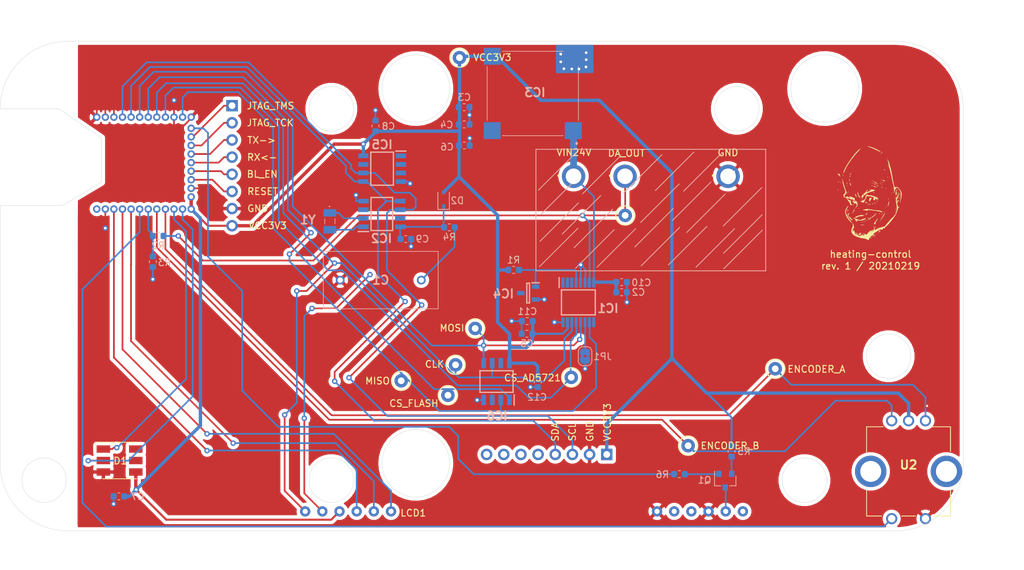
<source format=kicad_pcb>
(kicad_pcb (version 20171130) (host pcbnew 5.1.9)
  (layers (0 F.Cu signal) (31 B.Cu signal) (34 B.Paste user) (35 F.Paste user) (36 B.SilkS user) (37 F.SilkS user) (38 B.Mask user) (39 F.Mask user) (44 Edge.Cuts user))
  (net 0 "")
  (net 1 VCC3V3)
  (net 2 VIN24V)
  (net 3 /SDA)
  (net 4 GND)
  (net 5 DA_VOUT)
  (net 6 /Vref)
  (net 7 /SCL)
  (net 8 "Net-(IC2-Pad2)")
  (net 9 "Net-(IC2-Pad1)")
  (net 10 /SPI_CLK)
  (net 11 /SPI_CS_AD5721)
  (net 12 /SPI_MOSI)
  (net 13 /SPI_MISO)
  (net 14 "Net-(C1-Pad1)")
  (net 15 /APA102_CLK)
  (net 16 /APA102_MOSI)
  (net 17 /DA_VOUT_MEASUREMENT)
  (net 18 "Net-(C9-Pad2)")
  (net 19 "Net-(IC1-Pad11)")
  (net 20 /ENCODER_B)
  (net 21 /ENCODER_A)
  (net 22 "Net-(J1-Pad6)")
  (net 23 "Net-(J1-Pad5)")
  (net 24 "Net-(J1-Pad4)")
  (net 25 "Net-(J1-Pad3)")
  (net 26 "Net-(J1-Pad2)")
  (net 27 "Net-(J1-Pad1)")
  (net 28 /SPI_CS_FLASH)
  (net 29 /BUTTON)
  (net 30 /LCD_A0)
  (net 31 /LCD_RESET)
  (net 32 /SPI_CS_LCD)
  (net 33 "Net-(LCD1-Pad11)")
  (net 34 "Net-(Q1-Pad2)")
  (net 35 "Net-(Q1-Pad1)")
  (net 36 /LCD_LED_ON)
  (module Connector_PinHeader_2.54mm:PinHeader_1x08_P2.54mm_Vertical (layer F.Cu) (at -29.69 -25.46)
    (fp_text reference J1 hide)
    (fp_text value Conn_01x08_Male)
    (pad 8 thru_hole oval (at 0 17.78) (size 1.7 1.7) (drill 1) (layers *.Cu *.Mask) (net 1 VCC3V3))
    (pad 7 thru_hole oval (at 0 15.24) (size 1.7 1.7) (drill 1) (layers *.Cu *.Mask) (net 4 GND))
    (pad 6 thru_hole oval (at 0 12.7) (size 1.7 1.7) (drill 1) (layers *.Cu *.Mask) (net 22 "Net-(J1-Pad6)"))
    (pad 5 thru_hole oval (at 0 10.16) (size 1.7 1.7) (drill 1) (layers *.Cu *.Mask) (net 23 "Net-(J1-Pad5)"))
    (pad 4 thru_hole oval (at 0 7.62) (size 1.7 1.7) (drill 1) (layers *.Cu *.Mask) (net 24 "Net-(J1-Pad4)"))
    (pad 3 thru_hole oval (at 0 5.08) (size 1.7 1.7) (drill 1) (layers *.Cu *.Mask) (net 25 "Net-(J1-Pad3)"))
    (pad 2 thru_hole oval (at 0 2.54) (size 1.7 1.7) (drill 1) (layers *.Cu *.Mask) (net 26 "Net-(J1-Pad2)"))
    (pad 1 thru_hole rect (at 0 0) (size 1.7 1.7) (drill 1) (layers *.Cu *.Mask) (net 27 "Net-(J1-Pad1)"))
  )
  (module Connector_PinHeader_2.54mm:PinHeader_1x08_P2.54mm_Vertical (layer F.Cu) (at 25.75 26.19 270)
    (fp_text reference J2 hide)
    (fp_text value Conn_01x08_Female)
    (pad 8 thru_hole oval (at 0 17.78 270) (size 1.7 1.7) (drill 1) (layers *.Cu *.Mask))
    (pad 7 thru_hole oval (at 0 15.24 270) (size 1.7 1.7) (drill 1) (layers *.Cu *.Mask))
    (pad 6 thru_hole oval (at 0 12.7 270) (size 1.7 1.7) (drill 1) (layers *.Cu *.Mask))
    (pad 5 thru_hole oval (at 0 10.16 270) (size 1.7 1.7) (drill 1) (layers *.Cu *.Mask))
    (pad 4 thru_hole oval (at 0 7.62 270) (size 1.7 1.7) (drill 1) (layers *.Cu *.Mask) (net 3 /SDA))
    (pad 3 thru_hole oval (at 0 5.08 270) (size 1.7 1.7) (drill 1) (layers *.Cu *.Mask) (net 7 /SCL))
    (pad 2 thru_hole oval (at 0 2.54 270) (size 1.7 1.7) (drill 1) (layers *.Cu *.Mask) (net 4 GND))
    (pad 1 thru_hole rect (at 0 0 270) (size 1.7 1.7) (drill 1) (layers *.Cu *.Mask) (net 1 VCC3V3))
  )
  (module footprints:logo_me (layer F.Cu) (at 64.49 -12.58)
    (fp_text reference logo1 hide)
    (fp_text value logo hide)
  )
  (module my-stuff.pretty:lcd_test (layer F.Cu) (at 13.51 3.87)
    (fp_text reference LCD1 (at -16.383 30.988) (layer F.SilkS))
    (fp_text value LCD_128x64)
    (pad 1 thru_hole circle (at -32.38 30.75) (size 1.524 1.524) (drill 0.762) (layers *.Cu *.Mask) (net 10 /SPI_CLK))
    (pad 2 thru_hole circle (at -29.84 30.75) (size 1.524 1.524) (drill 0.762) (layers *.Cu *.Mask) (net 12 /SPI_MOSI))
    (pad 3 thru_hole circle (at -27.3 30.75) (size 1.524 1.524) (drill 0.762) (layers *.Cu *.Mask) (net 1 VCC3V3))
    (pad 4 thru_hole circle (at -24.76 30.75) (size 1.524 1.524) (drill 0.762) (layers *.Cu *.Mask) (net 30 /LCD_A0))
    (pad 5 thru_hole circle (at -22.22 30.75) (size 1.524 1.524) (drill 0.762) (layers *.Cu *.Mask) (net 31 /LCD_RESET))
    (pad 6 thru_hole circle (at -19.68 30.75) (size 1.524 1.524) (drill 0.762) (layers *.Cu *.Mask) (net 32 /SPI_CS_LCD))
    (pad 7 thru_hole circle (at 19.68 30.75) (size 1.524 1.524) (drill 0.762) (layers *.Cu *.Mask) (net 4 GND))
    (pad 8 thru_hole circle (at 22.22 30.75) (size 1.524 1.524) (drill 0.762) (layers *.Cu *.Mask))
    (pad 9 thru_hole circle (at 24.76 30.75) (size 1.524 1.524) (drill 0.762) (layers *.Cu *.Mask))
    (pad 10 thru_hole circle (at 27.3 30.75) (size 1.524 1.524) (drill 0.762) (layers *.Cu *.Mask) (net 4 GND))
    (pad 11 thru_hole circle (at 29.84 30.75) (size 1.524 1.524) (drill 0.762) (layers *.Cu *.Mask) (net 33 "Net-(LCD1-Pad11)"))
    (pad 12 thru_hole circle (at 32.38 30.75) (size 1.524 1.524) (drill 0.762) (layers *.Cu *.Mask))
  )
  (module Resistor_SMD:R_0603_1608Metric (layer B.Cu) (at 36.5 29.11 180)
    (fp_text reference R6 (at 2.52 -0.05) (layer B.SilkS) (effects (justify mirror)))
    (fp_text value 10k)
    (pad 2 smd roundrect (at 0.7875 0 180) (size 0.875 0.95) (layers B.Cu B.Paste B.Mask) (net 36 /LCD_LED_ON))
    (pad 1 smd roundrect (at -0.7875 0 180) (size 0.875 0.95) (layers B.Cu B.Paste B.Mask) (net 35 "Net-(Q1-Pad1)"))
  )
  (module Resistor_SMD:R_0603_1608Metric (layer B.Cu) (at 44.22 25.73 90)
    (fp_text reference R5 (at -0.02 1.84 180) (layer B.SilkS) (effects (justify mirror)))
    (fp_text value 10k)
    (pad 2 smd roundrect (at 0.7875 0 90) (size 0.875 0.95) (layers B.Cu B.Paste B.Mask) (net 1 VCC3V3))
    (pad 1 smd roundrect (at -0.7875 0 90) (size 0.875 0.95) (layers B.Cu B.Paste B.Mask) (net 34 "Net-(Q1-Pad2)"))
  )
  (module Package_TO_SOT_SMD:SOT-23 (layer B.Cu) (at 43.28 30.07 270)
    (fp_text reference Q1 (at -0.08 3.07 180) (layer B.SilkS) (effects (justify mirror)))
    (fp_text value MMBT3906)
    (pad 3 smd rect (at 1 0 270) (size 0.9 0.8) (layers B.Cu B.Paste B.Mask) (net 33 "Net-(LCD1-Pad11)"))
    (pad 2 smd rect (at -1 -0.95 270) (size 0.9 0.8) (layers B.Cu B.Paste B.Mask) (net 34 "Net-(Q1-Pad2)"))
    (pad 1 smd rect (at -1 0.95 270) (size 0.9 0.8) (layers B.Cu B.Paste B.Mask) (net 35 "Net-(Q1-Pad1)"))
  )
  (module TestPoint:TestPoint_Keystone_5000-5004_Miniature (layer F.Cu) (at 20.5 14.77)
    (fp_text reference TP9 hide)
    (fp_text value TestPoint)
    (pad 1 thru_hole circle (at 0 0) (size 2 2) (drill 1) (layers *.Cu *.Mask) (net 11 /SPI_CS_AD5721))
  )
  (module TestPoint:TestPoint_Keystone_5000-5004_Miniature (layer F.Cu) (at 3.38 12.92)
    (fp_text reference TP8 hide)
    (fp_text value TestPoint)
    (pad 1 thru_hole circle (at 0 0) (size 2 2) (drill 1) (layers *.Cu *.Mask) (net 10 /SPI_CLK))
  )
  (module TestPoint:TestPoint_Keystone_5000-5004_Miniature (layer F.Cu) (at 6.28 7.53)
    (fp_text reference TP7 hide)
    (fp_text value TestPoint)
    (pad 1 thru_hole circle (at 0 0) (size 2 2) (drill 1) (layers *.Cu *.Mask) (net 12 /SPI_MOSI))
  )
  (module TestPoint:TestPoint_Keystone_5000-5004_Miniature (layer F.Cu) (at -4.66 15.28)
    (fp_text reference TP6 hide)
    (fp_text value TestPoint)
    (pad 1 thru_hole circle (at 0 0) (size 2 2) (drill 1) (layers *.Cu *.Mask) (net 13 /SPI_MISO))
  )
  (module footprints:SOP65P640X120-16N (layer B.Cu) (at 21.55 3.67 270)
    (fp_text reference IC1 (at 0.9 -4.38 180) (layer B.SilkS) (effects (font (size 1.27 1.27) (thickness 0.254)) (justify mirror)))
    (fp_text value AD5721RBRUZ hide)
    (pad 16 smd rect (at 2.938 2.275 180) (size 0.45 1.475) (layers B.Cu B.Paste B.Mask) (net 4 GND))
    (pad 15 smd rect (at 2.938 1.625 180) (size 0.45 1.475) (layers B.Cu B.Paste B.Mask) (net 1 VCC3V3))
    (pad 14 smd rect (at 2.938 0.975 180) (size 0.45 1.475) (layers B.Cu B.Paste B.Mask) (net 10 /SPI_CLK))
    (pad 13 smd rect (at 2.938 0.325 180) (size 0.45 1.475) (layers B.Cu B.Paste B.Mask) (net 11 /SPI_CS_AD5721))
    (pad 12 smd rect (at 2.938 -0.325 180) (size 0.45 1.475) (layers B.Cu B.Paste B.Mask) (net 12 /SPI_MOSI))
    (pad 11 smd rect (at 2.938 -0.975 180) (size 0.45 1.475) (layers B.Cu B.Paste B.Mask) (net 19 "Net-(IC1-Pad11)"))
    (pad 10 smd rect (at 2.938 -1.625 180) (size 0.45 1.475) (layers B.Cu B.Paste B.Mask) (net 13 /SPI_MISO))
    (pad 9 smd rect (at 2.938 -2.275 180) (size 0.45 1.475) (layers B.Cu B.Paste B.Mask))
    (pad 8 smd rect (at -2.938 -2.275 180) (size 0.45 1.475) (layers B.Cu B.Paste B.Mask) (net 2 VIN24V))
    (pad 7 smd rect (at -2.938 -1.625 180) (size 0.45 1.475) (layers B.Cu B.Paste B.Mask) (net 5 DA_VOUT))
    (pad 6 smd rect (at -2.938 -0.975 180) (size 0.45 1.475) (layers B.Cu B.Paste B.Mask) (net 4 GND))
    (pad 5 smd rect (at -2.938 -0.325 180) (size 0.45 1.475) (layers B.Cu B.Paste B.Mask) (net 4 GND))
    (pad 4 smd rect (at -2.938 0.325 180) (size 0.45 1.475) (layers B.Cu B.Paste B.Mask) (net 6 /Vref))
    (pad 3 smd rect (at -2.938 0.975 180) (size 0.45 1.475) (layers B.Cu B.Paste B.Mask))
    (pad 2 smd rect (at -2.938 1.625 180) (size 0.45 1.475) (layers B.Cu B.Paste B.Mask))
    (pad 1 smd rect (at -2.938 2.275 180) (size 0.45 1.475) (layers B.Cu B.Paste B.Mask))
  )
  (module Capacitor_SMD:C_0603_1608Metric (layer B.Cu) (at 4.6575 -22.68)
    (fp_text reference C4 (at -2.6075 0.05) (layer B.SilkS) (effects (justify mirror)))
    (fp_text value 100n)
    (pad 2 smd roundrect (at 0.7875 0) (size 0.875 0.95) (layers B.Cu B.Paste B.Mask) (net 4 GND))
    (pad 1 smd roundrect (at -0.7875 0) (size 0.875 0.95) (layers B.Cu B.Paste B.Mask) (net 1 VCC3V3))
  )
  (module footprints:EN12HS11AF25 (layer F.Cu) (at 70.40827 28.6998 180)
    (fp_text reference U2 (at 0 0.963) (layer F.SilkS) (effects (font (size 1.27 1.27) (thickness 0.254))))
    (fp_text value EN12-HS11AF25 hide)
    (pad MH2 thru_hole circle (at 5.6 0 180) (size 4.65 4.65) (drill 3.1) (layers *.Cu *.Mask))
    (pad MH1 thru_hole circle (at -5.6 0 180) (size 4.65 4.65) (drill 3.1) (layers *.Cu *.Mask))
    (pad E1 thru_hole circle (at 2.5 -7 180) (size 1.65 1.65) (drill 1.1) (layers *.Cu *.Mask) (net 29 /BUTTON))
    (pad D1 thru_hole circle (at -2.5 -7 180) (size 1.65 1.65) (drill 1.1) (layers *.Cu *.Mask) (net 4 GND))
    (pad C1 thru_hole circle (at 0 7.5 180) (size 1.65 1.65) (drill 1.1) (layers *.Cu *.Mask) (net 1 VCC3V3))
    (pad B1 thru_hole circle (at 2.5 7.5 180) (size 1.65 1.65) (drill 1.1) (layers *.Cu *.Mask) (net 20 /ENCODER_B))
    (pad A1 thru_hole circle (at -2.5 7.5 180) (size 1.65 1.65) (drill 1.1) (layers *.Cu *.Mask) (net 21 /ENCODER_A))
  )
  (module footprints:SOIC127P600X175-8N (layer B.Cu) (at 9.44 15.39 90)
    (fp_text reference IC6 (at -5.09 0.08 180) (layer B.SilkS) (effects (font (size 1.27 1.27) (thickness 0.254)) (justify mirror)))
    (fp_text value AT25DN256-SSHF-B hide)
    (pad 8 smd rect (at 2.725 1.905) (size 0.7 1.55) (layers B.Cu B.Paste B.Mask) (net 1 VCC3V3))
    (pad 7 smd rect (at 2.725 0.635) (size 0.7 1.55) (layers B.Cu B.Paste B.Mask))
    (pad 6 smd rect (at 2.725 -0.635) (size 0.7 1.55) (layers B.Cu B.Paste B.Mask) (net 10 /SPI_CLK))
    (pad 5 smd rect (at 2.725 -1.905) (size 0.7 1.55) (layers B.Cu B.Paste B.Mask) (net 12 /SPI_MOSI))
    (pad 4 smd rect (at -2.725 -1.905) (size 0.7 1.55) (layers B.Cu B.Paste B.Mask) (net 4 GND))
    (pad 3 smd rect (at -2.725 -0.635) (size 0.7 1.55) (layers B.Cu B.Paste B.Mask))
    (pad 2 smd rect (at -2.725 0.635) (size 0.7 1.55) (layers B.Cu B.Paste B.Mask) (net 13 /SPI_MISO))
    (pad 1 smd rect (at -2.725 1.905) (size 0.7 1.55) (layers B.Cu B.Paste B.Mask) (net 28 /SPI_CS_FLASH))
  )
  (module Capacitor_SMD:C_0603_1608Metric (layer B.Cu) (at 15.54 15.44 90)
    (fp_text reference C12 (at -2.26 -0.1 180) (layer B.SilkS) (effects (justify mirror)))
    (fp_text value 100n)
    (pad 2 smd roundrect (at 0.7875 0 90) (size 0.875 0.95) (layers B.Cu B.Paste B.Mask) (net 1 VCC3V3))
    (pad 1 smd roundrect (at -0.7875 0 90) (size 0.875 0.95) (layers B.Cu B.Paste B.Mask) (net 4 GND))
  )
  (module Jumper:SolderJumper-2_P1.3mm_Bridged2Bar_RoundedPad1.0x1.5mm (layer B.Cu) (at 22.54 11.64 270)
    (fp_text reference JP1 (at 0.06 -2.59 180) (layer B.SilkS) (effects (justify mirror)))
    (fp_text value SolderJumper_2_Bridged)
    (fp_poly (pts (xy -0.25 -0.2) (xy 0.25 -0.2) (xy 0.25 -0.6) (xy -0.25 -0.6)) (layer B.Cu) (width 0))
    (fp_poly (pts (xy -0.25 0.6) (xy 0.25 0.6) (xy 0.25 0.2) (xy -0.25 0.2)) (layer B.Cu) (width 0))
    (pad 1 smd custom (at -0.65 0 270) (size 1 0.5) (layers B.Cu B.Mask) (net 19 "Net-(IC1-Pad11)") (options (clearance outline) (anchor rect)) (primitives (gr_circle (center 0 -0.25) (end 0.5 -0.25) (width 0)) (gr_circle (center 0 0.25) (end 0.5 0.25) (width 0)) (gr_poly (pts (xy 0.5 -0.75) (xy 0.5 0.75) (xy 0 0.75) (xy 0 -0.75)) (width 0))))
    (pad 2 smd custom (at 0.65 0 270) (size 1 0.5) (layers B.Cu B.Mask) (net 4 GND) (options (clearance outline) (anchor rect)) (primitives (gr_circle (center 0 -0.25) (end 0.5 -0.25) (width 0)) (gr_circle (center 0 0.25) (end 0.5 0.25) (width 0)) (gr_poly (pts (xy -0.5 -0.75) (xy -0.5 0.75) (xy 0 0.75) (xy 0 -0.75)) (width 0))))
  )
  (module Capacitor_SMD:C_0603_1608Metric (layer B.Cu) (at 13.99 6.44 180)
    (fp_text reference C11 (at 0 1.43) (layer B.SilkS) (effects (justify mirror)))
    (fp_text value 10u)
    (pad 2 smd roundrect (at 0.7875 0 180) (size 0.875 0.95) (layers B.Cu B.Paste B.Mask) (net 4 GND))
    (pad 1 smd roundrect (at -0.7875 0 180) (size 0.875 0.95) (layers B.Cu B.Paste B.Mask) (net 1 VCC3V3))
  )
  (module Capacitor_SMD:C_0603_1608Metric (layer B.Cu) (at 27.94 0.67)
    (fp_text reference C10 (at 2.93 0.07) (layer B.SilkS) (effects (justify mirror)))
    (fp_text value 10u)
    (pad 2 smd roundrect (at 0.7875 0) (size 0.875 0.95) (layers B.Cu B.Paste B.Mask) (net 4 GND))
    (pad 1 smd roundrect (at -0.7875 0) (size 0.875 0.95) (layers B.Cu B.Paste B.Mask) (net 2 VIN24V))
  )
  (module TestPoint:TestPoint_Keystone_5000-5004_Miniature (layer F.Cu) (at 2.25 17.42)
    (fp_text reference TP5 hide)
    (fp_text value TestPoint)
    (pad 1 thru_hole circle (at 0 0) (size 2 2) (drill 1) (layers *.Cu *.Mask) (net 28 /SPI_CS_FLASH))
  )
  (module TestPoint:TestPoint_Keystone_5000-5004_Miniature (layer F.Cu) (at 37.79 24.89)
    (fp_text reference TP4 hide)
    (fp_text value TestPoint)
    (pad 1 thru_hole circle (at 0 0) (size 2 2) (drill 1) (layers *.Cu *.Mask) (net 20 /ENCODER_B))
  )
  (module TestPoint:TestPoint_Keystone_5000-5004_Miniature (layer F.Cu) (at 50.68 13.5)
    (fp_text reference TP3 hide)
    (fp_text value TestPoint)
    (pad 1 thru_hole circle (at 0 0) (size 2 2) (drill 1) (layers *.Cu *.Mask) (net 21 /ENCODER_A))
  )
  (module TestPoint:TestPoint_Keystone_5000-5004_Miniature (layer F.Cu) (at 3.96 -32.57)
    (fp_text reference TP2 hide)
    (fp_text value TestPoint)
    (pad 1 thru_hole circle (at 0 0) (size 2 2) (drill 1) (layers *.Cu *.Mask) (net 1 VCC3V3))
  )
  (module TestPoint:TestPoint_Keystone_5000-5004_Miniature (layer F.Cu) (at 28.48 -9.21)
    (fp_text reference TP1 hide)
    (fp_text value TestPoint)
    (pad 1 thru_hole circle (at 0 0) (size 2 2) (drill 1) (layers *.Cu *.Mask) (net 5 DA_VOUT))
  )
  (module footprints:9242000800000080 (layer F.Cu) (at 43.7 -15)
    (fp_text reference J7 (at 0 0) (layer F.SilkS) (effects (font (size 1.27 1.27) (thickness 0.254))))
    (fp_text value 9242-0-00-80-00-00-08-0 hide)
    (pad 1 thru_hole circle (at 0 0) (size 3.462 3.462) (drill 2.308) (layers *.Cu *.Mask) (net 4 GND))
  )
  (module footprints:9242000800000080 (layer F.Cu) (at 28.46 -15)
    (fp_text reference J5 (at 0 0) (layer F.SilkS) (effects (font (size 1.27 1.27) (thickness 0.254))))
    (fp_text value 9242-0-00-80-00-00-08-0 hide)
    (pad 1 thru_hole circle (at 0 0) (size 3.462 3.462) (drill 2.308) (layers *.Cu *.Mask) (net 5 DA_VOUT))
  )
  (module footprints:9242000800000080 (layer F.Cu) (at 20.84 -15)
    (fp_text reference J4 (at 0 0) (layer F.SilkS) (effects (font (size 1.27 1.27) (thickness 0.254))))
    (fp_text value 9242-0-00-80-00-00-08-0 hide)
    (pad 1 thru_hole circle (at 0 0) (size 3.462 3.462) (drill 2.308) (layers *.Cu *.Mask) (net 2 VIN24V))
  )
  (module footprints:SOIC127P600X165-8N (layer B.Cu) (at -7.49 -16.13 180)
    (fp_text reference IC5 (at 0 3.55) (layer B.SilkS) (effects (font (size 1.27 1.27) (thickness 0.254)) (justify mirror)))
    (fp_text value MR44V064BMAZAATL hide)
    (pad 8 smd rect (at 2.775 1.905 90) (size 0.7 1.5) (layers B.Cu B.Paste B.Mask) (net 1 VCC3V3))
    (pad 7 smd rect (at 2.775 0.635 90) (size 0.7 1.5) (layers B.Cu B.Paste B.Mask))
    (pad 6 smd rect (at 2.775 -0.635 90) (size 0.7 1.5) (layers B.Cu B.Paste B.Mask) (net 7 /SCL))
    (pad 5 smd rect (at 2.775 -1.905 90) (size 0.7 1.5) (layers B.Cu B.Paste B.Mask) (net 3 /SDA))
    (pad 4 smd rect (at -2.775 -1.905 90) (size 0.7 1.5) (layers B.Cu B.Paste B.Mask) (net 4 GND))
    (pad 3 smd rect (at -2.775 -0.635 90) (size 0.7 1.5) (layers B.Cu B.Paste B.Mask))
    (pad 2 smd rect (at -2.775 0.635 90) (size 0.7 1.5) (layers B.Cu B.Paste B.Mask))
    (pad 1 smd rect (at -2.775 1.905 90) (size 0.7 1.5) (layers B.Cu B.Paste B.Mask))
  )
  (module Diode_SMD:D_SOD-323 (layer B.Cu) (at 1.61 -11.6 90)
    (fp_text reference D2 (at -0.2 2.02 180) (layer B.SilkS) (effects (justify mirror)))
    (fp_text value D_Schottky)
    (pad 2 smd rect (at 1.05 0 90) (size 0.6 0.45) (layers B.Cu B.Paste B.Mask) (net 1 VCC3V3))
    (pad 1 smd rect (at -1.05 0 90) (size 0.6 0.45) (layers B.Cu B.Paste B.Mask) (net 18 "Net-(C9-Pad2)"))
  )
  (module Capacitor_SMD:C_0603_1608Metric (layer B.Cu) (at -3.99 -5.7 180)
    (fp_text reference C9 (at -2.46 0.02) (layer B.SilkS) (effects (justify mirror)))
    (fp_text value 100n)
    (pad 2 smd roundrect (at 0.7875 0 180) (size 0.875 0.95) (layers B.Cu B.Paste B.Mask) (net 18 "Net-(C9-Pad2)"))
    (pad 1 smd roundrect (at -0.7875 0 180) (size 0.875 0.95) (layers B.Cu B.Paste B.Mask) (net 4 GND))
  )
  (module Capacitor_SMD:C_0603_1608Metric (layer B.Cu) (at -8.47 -22.47 270)
    (fp_text reference C8 (at 0.06 -1.92 180) (layer B.SilkS) (effects (justify mirror)))
    (fp_text value 100n)
    (pad 2 smd roundrect (at 0.7875 0 270) (size 0.875 0.95) (layers B.Cu B.Paste B.Mask) (net 1 VCC3V3))
    (pad 1 smd roundrect (at -0.7875 0 270) (size 0.875 0.95) (layers B.Cu B.Paste B.Mask) (net 4 GND))
  )
  (module Capacitor_SMD:C_0603_1608Metric (layer B.Cu) (at -46.4325 32.4 180)
    (fp_text reference C7 (at -2.7625 -0.04) (layer B.SilkS) (effects (justify mirror)))
    (fp_text value 100n)
    (pad 2 smd roundrect (at 0.7875 0 180) (size 0.875 0.95) (layers B.Cu B.Paste B.Mask) (net 4 GND))
    (pad 1 smd roundrect (at -0.7875 0 180) (size 0.875 0.95) (layers B.Cu B.Paste B.Mask) (net 1 VCC3V3))
  )
  (module Capacitor_SMD:C_0603_1608Metric (layer B.Cu) (at 4.6825 -19.56)
    (fp_text reference C6 (at -2.5625 0.21) (layer B.SilkS) (effects (justify mirror)))
    (fp_text value 100n)
    (pad 2 smd roundrect (at 0.7875 0) (size 0.875 0.95) (layers B.Cu B.Paste B.Mask) (net 4 GND))
    (pad 1 smd roundrect (at -0.7875 0) (size 0.875 0.95) (layers B.Cu B.Paste B.Mask) (net 1 VCC3V3))
  )
  (module Capacitor_SMD:C_0603_1608Metric (layer B.Cu) (at 13.95 8.32 180)
    (fp_text reference C5 (at 0.02 -1.43) (layer B.SilkS) (effects (justify mirror)))
    (fp_text value 100n)
    (pad 2 smd roundrect (at 0.7875 0 180) (size 0.875 0.95) (layers B.Cu B.Paste B.Mask) (net 4 GND))
    (pad 1 smd roundrect (at -0.7875 0 180) (size 0.875 0.95) (layers B.Cu B.Paste B.Mask) (net 1 VCC3V3))
  )
  (module Capacitor_SMD:C_0603_1608Metric (layer B.Cu) (at 4.65 -25.24)
    (fp_text reference C3 (at 0.02 -1.46) (layer B.SilkS) (effects (justify mirror)))
    (fp_text value 22u)
    (pad 2 smd roundrect (at 0.7875 0) (size 0.875 0.95) (layers B.Cu B.Paste B.Mask) (net 4 GND))
    (pad 1 smd roundrect (at -0.7875 0) (size 0.875 0.95) (layers B.Cu B.Paste B.Mask) (net 1 VCC3V3))
  )
  (module Capacitor_SMD:C_0603_1608Metric (layer B.Cu) (at 27.94 2.17)
    (fp_text reference C2 (at 2.49 -0.01) (layer B.SilkS) (effects (justify mirror)))
    (fp_text value 100n)
    (pad 2 smd roundrect (at 0.7875 0) (size 0.875 0.95) (layers B.Cu B.Paste B.Mask) (net 4 GND))
    (pad 1 smd roundrect (at -0.7875 0) (size 0.875 0.95) (layers B.Cu B.Paste B.Mask) (net 2 VIN24V))
  )
  (module Resistor_SMD:R_0603_1608Metric (layer B.Cu) (at 2.46 -7.44)
    (fp_text reference R4 (at 0 1.43) (layer B.SilkS) (effects (justify mirror)))
    (fp_text value 10k)
    (pad 2 smd roundrect (at 0.7875 0) (size 0.875 0.95) (layers B.Cu B.Paste B.Mask) (net 14 "Net-(C1-Pad1)"))
    (pad 1 smd roundrect (at -0.7875 0) (size 0.875 0.95) (layers B.Cu B.Paste B.Mask) (net 18 "Net-(C9-Pad2)"))
  )
  (module Resistor_SMD:R_0603_1608Metric (layer B.Cu) (at -41.41 -2.35 90)
    (fp_text reference R3 (at -0.12 1.73 180) (layer B.SilkS) (effects (justify mirror)))
    (fp_text value 10k)
    (pad 2 smd roundrect (at 0.7875 0 90) (size 0.875 0.95) (layers B.Cu B.Paste B.Mask) (net 17 /DA_VOUT_MEASUREMENT))
    (pad 1 smd roundrect (at -0.7875 0 90) (size 0.875 0.95) (layers B.Cu B.Paste B.Mask) (net 4 GND))
  )
  (module Resistor_SMD:R_0603_1608Metric (layer B.Cu) (at -40.62 -6.17)
    (fp_text reference R2 (at 0 1.43) (layer B.SilkS) (effects (justify mirror)))
    (fp_text value 10k)
    (pad 2 smd roundrect (at 0.7875 0) (size 0.875 0.95) (layers B.Cu B.Paste B.Mask) (net 5 DA_VOUT))
    (pad 1 smd roundrect (at -0.7875 0) (size 0.875 0.95) (layers B.Cu B.Paste B.Mask) (net 17 /DA_VOUT_MEASUREMENT))
  )
  (module LED_SMD:LED_RGB_5050-6 (layer F.Cu) (at -46.33 27.09)
    (fp_text reference D1 (at 0.1 0.05 180) (layer F.SilkS))
    (fp_text value APA102)
    (pad 6 smd rect (at 2.4 -1.7 90) (size 1.1 2) (layers F.Cu F.Paste F.Mask))
    (pad 5 smd rect (at 2.4 0 90) (size 1.1 2) (layers F.Cu F.Paste F.Mask))
    (pad 4 smd rect (at 2.4 1.7 90) (size 1.1 2) (layers F.Cu F.Paste F.Mask) (net 1 VCC3V3))
    (pad 3 smd rect (at -2.4 1.7 90) (size 1.1 2) (layers F.Cu F.Paste F.Mask) (net 4 GND))
    (pad 2 smd rect (at -2.4 0 90) (size 1.1 2) (layers F.Cu F.Paste F.Mask) (net 15 /APA102_CLK))
    (pad 1 smd rect (at -2.4 -1.7 90) (size 1.1 2) (layers F.Cu F.Paste F.Mask) (net 16 /APA102_MOSI))
  )
  (module footprints:DGH105Q5R5 (layer B.Cu) (at -1.69 0.37 180)
    (fp_text reference C1 (at 6 0) (layer B.SilkS) (effects (font (size 1.27 1.27) (thickness 0.254)) (justify mirror)))
    (fp_text value DGH105Q5R5 hide)
    (pad 2 thru_hole circle (at 12 0 180) (size 1.3 1.3) (drill 0.8) (layers *.Cu *.Mask) (net 4 GND))
    (pad 1 thru_hole circle (at 0 0 180) (size 1.3 1.3) (drill 0.8) (layers *.Cu *.Mask) (net 14 "Net-(C1-Pad1)"))
  )
  (module Resistor_SMD:R_0603_1608Metric (layer B.Cu) (at 11.97 -1.13)
    (fp_text reference R1 (at -0.02 -1.48) (layer B.SilkS) (effects (justify mirror)))
    (fp_text value 10k)
    (pad 2 smd roundrect (at 0.7875 0) (size 0.875 0.95) (layers B.Cu B.Paste B.Mask) (net 6 /Vref))
    (pad 1 smd roundrect (at -0.7875 0) (size 0.875 0.95) (layers B.Cu B.Paste B.Mask) (net 1 VCC3V3))
  )
  (module footprints:SOT95P237X111-3N (layer B.Cu) (at 14.12 2.29 180)
    (fp_text reference IC4 (at 3.66 -0.11) (layer B.SilkS) (effects (font (size 1.27 1.27) (thickness 0.254)) (justify mirror)))
    (fp_text value LM4040DYM3-2.5-TR hide)
    (pad 3 smd rect (at 1.1 0 90) (size 0.65 1.1) (layers B.Cu B.Paste B.Mask))
    (pad 2 smd rect (at -1.1 -0.95 90) (size 0.65 1.1) (layers B.Cu B.Paste B.Mask) (net 4 GND))
    (pad 1 smd rect (at -1.1 0.95 90) (size 0.65 1.1) (layers B.Cu B.Paste B.Mask) (net 6 /Vref))
  )
  (module footprints:VXO7803500MTR (layer B.Cu) (at 14.8 -27.27 90)
    (fp_text reference IC3 (at 0.14 0.33 180) (layer B.SilkS) (effects (font (size 1.27 1.27) (thickness 0.254)) (justify mirror)))
    (fp_text value VXO7803-500-M-TR hide)
    (pad 4 smd rect (at -5.5 -6) (size 2.5 2.5) (layers B.Cu B.Paste B.Mask))
    (pad 3 smd rect (at 5.5 -6) (size 2.5 2.5) (layers B.Cu B.Paste B.Mask) (net 1 VCC3V3))
    (pad 2 smd rect (at 5.5 6) (size 2.5 2.5) (layers B.Cu B.Paste B.Mask) (net 4 GND))
    (pad 1 smd rect (at -5.5 6) (size 2.5 2.5) (layers B.Cu B.Paste B.Mask) (net 2 VIN24V))
  )
  (module footprints:SOIC127P600X175-8N (layer B.Cu) (at -7.53 -9.42)
    (fp_text reference IC2 (at -0.05 3.63) (layer B.SilkS) (effects (font (size 1.27 1.27) (thickness 0.254)) (justify mirror)))
    (fp_text value PCF8563T_5,518 hide)
    (pad 8 smd rect (at 2.725 1.905 270) (size 0.7 1.55) (layers B.Cu B.Paste B.Mask) (net 18 "Net-(C9-Pad2)"))
    (pad 7 smd rect (at 2.725 0.635 270) (size 0.7 1.55) (layers B.Cu B.Paste B.Mask))
    (pad 6 smd rect (at 2.725 -0.635 270) (size 0.7 1.55) (layers B.Cu B.Paste B.Mask) (net 7 /SCL))
    (pad 5 smd rect (at 2.725 -1.905 270) (size 0.7 1.55) (layers B.Cu B.Paste B.Mask) (net 3 /SDA))
    (pad 4 smd rect (at -2.725 -1.905 270) (size 0.7 1.55) (layers B.Cu B.Paste B.Mask) (net 4 GND))
    (pad 3 smd rect (at -2.725 -0.635 270) (size 0.7 1.55) (layers B.Cu B.Paste B.Mask))
    (pad 2 smd rect (at -2.725 0.635 270) (size 0.7 1.55) (layers B.Cu B.Paste B.Mask) (net 8 "Net-(IC2-Pad2)"))
    (pad 1 smd rect (at -2.725 1.905 270) (size 0.7 1.55) (layers B.Cu B.Paste B.Mask) (net 9 "Net-(IC2-Pad1)"))
  )
  (module footprints:SMD3215_2P32768KHZ125PF10PPM (layer B.Cu) (at -15.22 -8.34 270)
    (fp_text reference Y1 (at -0.22 3.26 180) (layer B.SilkS) (effects (font (size 1.27 1.27) (thickness 0.254)) (justify mirror)))
    (fp_text value Crystal hide)
    (pad 2 smd rect (at 1.25 0 270) (size 1.1 1.9) (layers B.Cu B.Paste B.Mask) (net 9 "Net-(IC2-Pad1)"))
    (pad 1 smd rect (at -1.25 0 270) (size 1.1 1.9) (layers B.Cu B.Paste B.Mask) (net 8 "Net-(IC2-Pad2)"))
  )
  (module my-stuff.pretty:slaesh_stick (layer B.Cu) (at -35.74 -10.15 180)
    (fp_text reference U1 hide)
    (fp_text value slaesh_stick)
    (pad 33 thru_hole circle (at 13.97 0 180) (size 1.1 1.1) (drill 0.6) (layers *.Cu *.Mask))
    (pad 32 thru_hole circle (at 12.7 0 180) (size 1.1 1.1) (drill 0.6) (layers *.Cu *.Mask) (net 4 GND))
    (pad 31 thru_hole circle (at 11.43 0 180) (size 1.1 1.1) (drill 0.6) (layers *.Cu *.Mask) (net 30 /LCD_A0))
    (pad 30 thru_hole circle (at 10.16 0 180) (size 1.1 1.1) (drill 0.6) (layers *.Cu *.Mask) (net 32 /SPI_CS_LCD))
    (pad 29 thru_hole circle (at 8.89 0 180) (size 1.1 1.1) (drill 0.6) (layers *.Cu *.Mask) (net 31 /LCD_RESET))
    (pad 28 thru_hole circle (at 7.62 0 180) (size 1.1 1.1) (drill 0.6) (layers *.Cu *.Mask) (net 29 /BUTTON))
    (pad 27 thru_hole circle (at 6.35 0 180) (size 1.1 1.1) (drill 0.6) (layers *.Cu *.Mask) (net 17 /DA_VOUT_MEASUREMENT))
    (pad 26 thru_hole circle (at 5.08 0 180) (size 1.1 1.1) (drill 0.6) (layers *.Cu *.Mask) (net 20 /ENCODER_B))
    (pad 25 thru_hole circle (at 3.81 0 180) (size 1.1 1.1) (drill 0.6) (layers *.Cu *.Mask) (net 21 /ENCODER_A))
    (pad 24 thru_hole circle (at 2.54 0 180) (size 1.1 1.1) (drill 0.6) (layers *.Cu *.Mask) (net 16 /APA102_MOSI))
    (pad 23 thru_hole circle (at 1.27 0 180) (size 1.1 1.1) (drill 0.6) (layers *.Cu *.Mask) (net 15 /APA102_CLK))
    (pad 22 thru_hole circle (at 0 0 180) (size 1.1 1.1) (drill 0.6) (layers *.Cu *.Mask) (net 1 VCC3V3))
    (pad 21 thru_hole circle (at 0 1.801 180) (size 1.1 1.1) (drill 0.6) (layers *.Cu *.Mask) (net 1 VCC3V3))
    (pad 20 thru_hole circle (at 0 3.071 180) (size 1.1 1.1) (drill 0.6) (layers *.Cu *.Mask) (net 4 GND))
    (pad 19 thru_hole circle (at 0 4.341 180) (size 1.1 1.1) (drill 0.6) (layers *.Cu *.Mask) (net 22 "Net-(J1-Pad6)"))
    (pad 18 thru_hole circle (at 0 5.611 180) (size 1.1 1.1) (drill 0.6) (layers *.Cu *.Mask) (net 23 "Net-(J1-Pad5)"))
    (pad 17 thru_hole circle (at 0 6.881 180) (size 1.1 1.1) (drill 0.6) (layers *.Cu *.Mask) (net 24 "Net-(J1-Pad4)"))
    (pad 16 thru_hole circle (at 0 8.151 180) (size 1.1 1.1) (drill 0.6) (layers *.Cu *.Mask) (net 25 "Net-(J1-Pad3)"))
    (pad 15 thru_hole circle (at 0 9.421 180) (size 1.1 1.1) (drill 0.6) (layers *.Cu *.Mask) (net 26 "Net-(J1-Pad2)"))
    (pad 14 thru_hole circle (at 0 10.691 180) (size 1.1 1.1) (drill 0.6) (layers *.Cu *.Mask) (net 27 "Net-(J1-Pad1)"))
    (pad 13 thru_hole circle (at 0 11.961 180) (size 1.1 1.1) (drill 0.6) (layers *.Cu *.Mask) (net 36 /LCD_LED_ON))
    (pad 12 thru_hole circle (at 0 13.612 180) (size 1.1 1.1) (drill 0.6) (layers *.Cu *.Mask) (net 4 GND))
    (pad 11 thru_hole circle (at 1.27 13.612 180) (size 1.1 1.1) (drill 0.6) (layers *.Cu *.Mask) (net 28 /SPI_CS_FLASH))
    (pad 10 thru_hole circle (at 2.54 13.612 180) (size 1.1 1.1) (drill 0.6) (layers *.Cu *.Mask) (net 4 GND))
    (pad 9 thru_hole circle (at 3.81 13.612 180) (size 1.1 1.1) (drill 0.6) (layers *.Cu *.Mask) (net 11 /SPI_CS_AD5721))
    (pad 8 thru_hole circle (at 5.08 13.612 180) (size 1.1 1.1) (drill 0.6) (layers *.Cu *.Mask) (net 10 /SPI_CLK))
    (pad 7 thru_hole circle (at 6.35 13.612 180) (size 1.1 1.1) (drill 0.6) (layers *.Cu *.Mask) (net 13 /SPI_MISO))
    (pad 6 thru_hole circle (at 7.62 13.612 180) (size 1.1 1.1) (drill 0.6) (layers *.Cu *.Mask) (net 12 /SPI_MOSI))
    (pad 5 thru_hole circle (at 8.89 13.612 180) (size 1.1 1.1) (drill 0.6) (layers *.Cu *.Mask) (net 3 /SDA))
    (pad 4 thru_hole circle (at 10.16 13.612 180) (size 1.1 1.1) (drill 0.6) (layers *.Cu *.Mask) (net 7 /SCL))
    (pad 3 thru_hole circle (at 11.43 13.612 180) (size 1.1 1.1) (drill 0.6) (layers *.Cu *.Mask) (net 4 GND))
    (pad 2 thru_hole circle (at 12.7 13.612 180) (size 1.1 1.1) (drill 0.6) (layers *.Cu *.Mask) (net 4 GND))
    (pad 1 thru_hole circle (at 13.97 13.612 180) (size 1.1 1.1) (drill 0.6) (layers *.Cu *.Mask) (net 4 GND))
  )
  (gr_text heating-control (at 64.78 -3.46) (layer F.SilkS) (effects (font (size 1 1))))
  (gr_text "rev. 1 / 20210219\n" (at 64.79 -1.72) (layer F.SilkS) (effects (font (size 1 1))))
  (gr_line (start 28.21 -12.5) (end 33.92 -18.21) (layer B.SilkS) (width 0.12))
  (gr_line (start 15.97 -9.32) (end 21.68 -15.03) (layer B.SilkS) (width 0.12))
  (gr_line (start 15.86 -5.36) (end 21.57 -11.07) (layer B.SilkS) (width 0.12))
  (gr_line (start 19.15 -6.44) (end 24.86 -12.15) (layer B.SilkS) (width 0.12))
  (gr_line (start 21.14 -1.39) (end 26.85 -7.1) (layer B.SilkS) (width 0.12))
  (gr_line (start 20.91 -4.42) (end 26.62 -10.13) (layer B.SilkS) (width 0.12))
  (gr_line (start 15.79 -1.62) (end 21.5 -7.33) (layer B.SilkS) (width 0.12))
  (gr_line (start 15.64 -12.95) (end 21.35 -18.66) (layer B.SilkS) (width 0.12))
  (gr_line (start 22.15 -12.39) (end 27.86 -18.1) (layer B.SilkS) (width 0.12))
  (gr_line (start 32.93 -12.88) (end 38.64 -18.59) (layer B.SilkS) (width 0.12))
  (gr_line (start 24.32 -1.54) (end 30.03 -7.25) (layer B.SilkS) (width 0.12))
  (gr_line (start 29.89 -4.53) (end 35.6 -10.24) (layer B.SilkS) (width 0.12))
  (gr_line (start 30.76 -8.16) (end 36.47 -13.87) (layer B.SilkS) (width 0.12))
  (gr_line (start 37.12 -12.8) (end 42.83 -18.51) (layer B.SilkS) (width 0.12))
  (gr_line (start 35.47 -8.46) (end 41.18 -14.17) (layer B.SilkS) (width 0.12))
  (gr_line (start 30.83 -1.73) (end 36.54 -7.44) (layer B.SilkS) (width 0.12))
  (gr_line (start 37.57 -6.67) (end 43.28 -12.38) (layer B.SilkS) (width 0.12))
  (gr_line (start 34.87 -1.88) (end 40.58 -7.59) (layer B.SilkS) (width 0.12))
  (gr_line (start 42.99 -7.64) (end 48.7 -13.35) (layer B.SilkS) (width 0.12))
  (gr_line (start 38.95 -1.54) (end 44.66 -7.25) (layer B.SilkS) (width 0.12))
  (gr_line (start 43.03 -3.6) (end 48.74 -9.31) (layer B.SilkS) (width 0.12))
  (gr_line (start 43.07 -1.32) (end 48.78 -7.03) (layer B.SilkS) (width 0.12))
  (gr_line (start 15.27 -1) (end 15.27 -19) (layer B.SilkS) (width 0.12))
  (gr_line (start 49.27 -1) (end 15.27 -1) (layer B.SilkS) (width 0.12))
  (gr_line (start 49.27 -19) (end 49.27 -1) (layer B.SilkS) (width 0.12))
  (gr_line (start 15.27 -19) (end 49.27 -19) (layer B.SilkS) (width 0.12))
  (gr_text SDA (at 18.13 22.86 90) (layer F.SilkS) (effects (font (size 1 1))))
  (gr_text SCL (at 20.66 22.84 90) (layer F.SilkS) (effects (font (size 1 1))))
  (gr_text "GND\n" (at 23.26 22.77 90) (layer F.SilkS) (effects (font (size 1 1))))
  (gr_text "VCC3V3\n" (at 25.84 21.42 90) (layer F.SilkS) (effects (font (size 1 1))))
  (gr_circle (center 67.46 11.65) (end 70.76 11.65) (layer Edge.Cuts) (width 0.05))
  (gr_line (start -55.32 -25) (end -64 -25) (layer Edge.Cuts) (width 0.05))
  (gr_line (start -54.81 -10.67) (end -64 -10.67) (layer Edge.Cuts) (width 0.05))
  (gr_text "VCC3V3\n" (at 8.82 -32.6) (layer F.SilkS) (effects (font (size 1 1))))
  (gr_text ENCODER_B (at 43.99 24.9) (layer F.SilkS) (effects (font (size 1 1))))
  (gr_text "ENCODER_A\n" (at 56.78 13.56) (layer F.SilkS) (effects (font (size 1 1))))
  (gr_text "CS_AD5721\n" (at 14.76 14.84) (layer F.SilkS) (effects (font (size 1 1))))
  (gr_text MOSI (at 2.85 7.47) (layer F.SilkS) (effects (font (size 1 1))))
  (gr_text CLK (at 0.27 12.82) (layer F.SilkS) (effects (font (size 1 1))))
  (gr_text "CS_FLASH\n" (at -2.79 18.63) (layer F.SilkS) (effects (font (size 1 1))))
  (gr_text MISO (at -8.17 15.3) (layer F.SilkS) (effects (font (size 1 1))))
  (gr_text DA_OUT (at 28.67 -18.43) (layer F.SilkS) (effects (font (size 1 1))))
  (gr_text JTAG_TMS (at -23.99 -25.43) (layer F.SilkS) (effects (font (size 1 1))))
  (gr_text "JTAG_TCK\n" (at -24.04 -22.92) (layer F.SilkS) (effects (font (size 1 1))))
  (gr_text TX-> (at -25.33 -20.35) (layer F.SilkS) (effects (font (size 1 1))))
  (gr_text RX<- (at -25.24 -17.82) (layer F.SilkS) (effects (font (size 1 1))))
  (gr_text BL_EN (at -25.22 -15.32) (layer F.SilkS) (effects (font (size 1 1))))
  (gr_text "RESET\n" (at -25.16 -12.76) (layer F.SilkS) (effects (font (size 1 1))))
  (gr_text "VCC3V3\n" (at -24.42 -7.7) (layer F.SilkS) (effects (font (size 1 1))))
  (gr_text "GND\n" (at -25.89 -10.23) (layer F.SilkS) (effects (font (size 1 1))))
  (gr_text "VIN24V\n" (at 20.9 -18.53) (layer F.SilkS) (effects (font (size 1 1))))
  (gr_text GND (at 43.68 -18.5) (layer F.SilkS) (effects (font (size 1 1))))
  (gr_circle (center -15 -25) (end -11.7 -25) (layer Edge.Cuts) (width 0.05))
  (gr_circle (center 45 -25) (end 48.3 -25) (layer Edge.Cuts) (width 0.05))
  (gr_circle (center 55 30) (end 58.3 30) (layer Edge.Cuts) (width 0.05))
  (gr_circle (center -15 30) (end -11.7 30) (layer Edge.Cuts) (width 0.05))
  (gr_circle (center -57.5 30) (end -54.2 30) (layer Edge.Cuts) (width 0.05))
  (gr_line (start -49.01 -14.12) (end -54.81 -10.67) (layer Edge.Cuts) (width 0.05))
  (gr_line (start -49.01 -20.69) (end -49.01 -14.12) (layer Edge.Cuts) (width 0.05))
  (gr_line (start -55.32 -25) (end -49.01 -20.69) (layer Edge.Cuts) (width 0.05))
  (gr_circle (center -2.5 27.5) (end 2.5 27.5) (layer Edge.Cuts) (width 0.05))
  (gr_circle (center -2.5 -28) (end 2.5 -28) (layer Edge.Cuts) (width 0.05))
  (gr_circle (center 58 -28) (end 63 -28) (layer Edge.Cuts) (width 0.05))
  (gr_arc (start 68.5 27.5) (end 68.5 37.5) (angle -90) (layer Edge.Cuts) (width 0.05))
  (gr_arc (start 68.5 -25) (end 78.5 -25) (angle -90) (layer Edge.Cuts) (width 0.05))
  (gr_arc (start -54 -25) (end -54 -35) (angle -90) (layer Edge.Cuts) (width 0.05))
  (gr_arc (start -54 27.5) (end -64 27.5) (angle -90) (layer Edge.Cuts) (width 0.05))
  (gr_line (start -64 27.5) (end -64 -10.67) (layer Edge.Cuts) (width 0.05))
  (gr_line (start -54 -35) (end 68.5 -35) (layer Edge.Cuts) (width 0.05))
  (gr_line (start 78.5 27.5) (end 78.5 -25) (layer Edge.Cuts) (width 0.05))
  (gr_line (start -54 37.5) (end 68.5 37.5) (layer Edge.Cuts) (width 0.05))
  (segment (start 4.16 -32.77) (end 3.96 -32.57) (width 0.5) (layer B.Cu) (net 1))
  (segment (start 8.8 -32.77) (end 4.16 -32.77) (width 0.5) (layer B.Cu) (net 1))
  (segment (start 3.96 -19.625) (end 3.895 -19.56) (width 0.5) (layer B.Cu) (net 1))
  (segment (start -10.265 -19.7725) (end -8.3175 -21.72) (width 0.5) (layer B.Cu) (net 1))
  (segment (start -10.265 -18.035) (end -10.265 -19.7725) (width 0.5) (layer B.Cu) (net 1))
  (segment (start -45.645 32.4) (end -44.86 32.4) (width 0.5) (layer B.Cu) (net 1))
  (segment (start -44.86 32.4) (end -43.87 31.41) (width 0.5) (layer B.Cu) (net 1))
  (via (at -43.87 31.41) (size 0.8) (drill 0.4) (layers F.Cu B.Cu) (net 1))
  (segment (start -43.93 31.35) (end -43.87 31.41) (width 0.5) (layer F.Cu) (net 1))
  (segment (start -43.93 28.79) (end -43.93 31.35) (width 0.5) (layer F.Cu) (net 1))
  (segment (start 3.895 -14.935) (end 1.61 -12.65) (width 0.5) (layer B.Cu) (net 1))
  (segment (start 3.895 -19.56) (end 3.895 -14.935) (width 0.5) (layer B.Cu) (net 1))
  (segment (start 3.7975 -21.6825) (end 3.96 -21.52) (width 0.5) (layer B.Cu) (net 1))
  (segment (start -8.47 -21.6825) (end 3.7975 -21.6825) (width 0.5) (layer B.Cu) (net 1))
  (segment (start 3.96 -21.52) (end 3.96 -19.625) (width 0.5) (layer B.Cu) (net 1))
  (segment (start 3.96 -32.57) (end 3.96 -21.52) (width 0.5) (layer B.Cu) (net 1))
  (segment (start -29.69 -7.68) (end -26.66 -7.68) (width 0.5) (layer F.Cu) (net 1))
  (via (at -10.265 -19.7725) (size 0.8) (drill 0.4) (layers F.Cu B.Cu) (net 1))
  (segment (start -14.5675 -19.7725) (end -10.265 -19.7725) (width 0.5) (layer F.Cu) (net 1))
  (segment (start -26.66 -7.68) (end -14.5675 -19.7725) (width 0.5) (layer F.Cu) (net 1))
  (segment (start 9.61 6.6) (end 11.37 8.36) (width 0.5) (layer B.Cu) (net 1))
  (segment (start 3.895 -14.935) (end 9.61 -9.22) (width 0.5) (layer B.Cu) (net 1))
  (segment (start 11.37 12.64) (end 11.345 12.665) (width 0.5) (layer B.Cu) (net 1))
  (segment (start 11.345 12.665) (end 15.075 12.665) (width 0.5) (layer B.Cu) (net 1))
  (segment (start 15.54 13.13) (end 15.54 14.6525) (width 0.5) (layer B.Cu) (net 1))
  (segment (start 15.075 12.665) (end 15.29 12.88) (width 0.5) (layer B.Cu) (net 1))
  (segment (start 15.29 12.88) (end 15.54 13.13) (width 0.5) (layer B.Cu) (net 1))
  (segment (start 9.63 -1.13) (end 9.61 -1.11) (width 0.5) (layer B.Cu) (net 1))
  (segment (start 11.1825 -1.13) (end 9.63 -1.13) (width 0.5) (layer B.Cu) (net 1))
  (segment (start 9.61 -1.11) (end 9.61 6.6) (width 0.5) (layer B.Cu) (net 1))
  (segment (start 9.61 -9.22) (end 9.61 -1.11) (width 0.5) (layer B.Cu) (net 1))
  (segment (start 14.7775 8.28) (end 14.7375 8.32) (width 0.5) (layer B.Cu) (net 1))
  (segment (start 14.7775 6.44) (end 14.7775 8.28) (width 0.5) (layer B.Cu) (net 1))
  (segment (start 11.37 10.34) (end 11.37 12.64) (width 0.5) (layer B.Cu) (net 1))
  (segment (start 11.37 8.36) (end 11.37 10.34) (width 0.5) (layer B.Cu) (net 1))
  (segment (start 13.89 10.34) (end 11.37 10.34) (width 0.5) (layer B.Cu) (net 1))
  (segment (start 14.7375 9.4925) (end 13.89 10.34) (width 0.5) (layer B.Cu) (net 1))
  (segment (start 14.7375 8.32) (end 14.7375 9.4925) (width 0.5) (layer B.Cu) (net 1))
  (segment (start 19.999999 7.540001) (end 19.999999 7.320001) (width 0.3) (layer B.Cu) (net 1))
  (segment (start 19.22 8.32) (end 19.999999 7.540001) (width 0.3) (layer B.Cu) (net 1))
  (segment (start 14.7375 8.32) (end 19.22 8.32) (width 0.3) (layer B.Cu) (net 1))
  (segment (start 44.22 20.72) (end 35.44 11.94) (width 0.3) (layer B.Cu) (net 1))
  (segment (start 44.22 24.9425) (end 44.22 20.72) (width 0.3) (layer B.Cu) (net 1))
  (segment (start -39.43 35.85) (end -43.87 31.41) (width 0.3) (layer F.Cu) (net 1))
  (segment (start -15.02 35.85) (end -39.43 35.85) (width 0.3) (layer F.Cu) (net 1))
  (segment (start -13.79 34.62) (end -15.02 35.85) (width 0.3) (layer F.Cu) (net 1))
  (segment (start -33.27 -7.68) (end -35.74 -10.15) (width 0.3) (layer F.Cu) (net 1))
  (segment (start -29.69 -7.68) (end -33.27 -7.68) (width 0.3) (layer F.Cu) (net 1))
  (segment (start -35.74 -11.36) (end -35.74 -10.15) (width 0.5) (layer F.Cu) (net 1))
  (segment (start -35.74 -11.951) (end -35.74 -11.36) (width 0.5) (layer F.Cu) (net 1))
  (segment (start 35.38 12) (end 35.41 12) (width 0.5) (layer B.Cu) (net 1))
  (segment (start 25.75 21.63) (end 35.38 12) (width 0.5) (layer B.Cu) (net 1))
  (segment (start 25.75 26.19) (end 25.75 21.63) (width 0.5) (layer B.Cu) (net 1))
  (segment (start 70.41 18.62) (end 70.41 21.19807) (width 0.5) (layer B.Cu) (net 1))
  (segment (start 70.41 21.19807) (end 70.40827 21.1998) (width 0.5) (layer B.Cu) (net 1))
  (segment (start 40.53 17.1) (end 68.89 17.1) (width 0.5) (layer B.Cu) (net 1))
  (segment (start 35.39 11.96) (end 40.53 17.1) (width 0.5) (layer B.Cu) (net 1))
  (segment (start 68.89 17.1) (end 70.41 18.62) (width 0.5) (layer B.Cu) (net 1))
  (segment (start 35.39 -15.52) (end 35.39 11.96) (width 0.5) (layer B.Cu) (net 1))
  (segment (start 24.66 -26.25) (end 35.39 -15.52) (width 0.5) (layer B.Cu) (net 1))
  (segment (start 15.99 -26.25) (end 24.66 -26.25) (width 0.5) (layer B.Cu) (net 1))
  (segment (start 9.47 -32.77) (end 15.99 -26.25) (width 0.5) (layer B.Cu) (net 1))
  (segment (start 8.8 -32.77) (end 9.47 -32.77) (width 0.5) (layer B.Cu) (net 1))
  (segment (start -41.94 29.48) (end -43.87 31.41) (width 0.5) (layer B.Cu) (net 1))
  (segment (start -34.37 21.91) (end -41.94 29.48) (width 0.5) (layer B.Cu) (net 1))
  (segment (start -34.37 -8.78) (end -34.37 21.91) (width 0.5) (layer B.Cu) (net 1))
  (segment (start -35.74 -10.15) (end -34.37 -8.78) (width 0.5) (layer B.Cu) (net 1))
  (segment (start 20.84 -17.385) (end 20.84 -19.77) (width 1) (layer B.Cu) (net 2))
  (segment (start 20.84 -15) (end 20.84 -17.385) (width 1) (layer B.Cu) (net 2))
  (segment (start 20.84 -19.77) (end 20.84 -21.73) (width 1) (layer B.Cu) (net 2))
  (segment (start 20.84 -21.73) (end 20.8 -21.77) (width 0.25) (layer B.Cu) (net 2))
  (segment (start 20.84 -19.77) (end 20.85 -19.78) (width 0.25) (layer B.Cu) (net 2))
  (segment (start 23.855 -11.985) (end 20.84 -15) (width 0.25) (layer B.Cu) (net 2))
  (segment (start 23.855 0.775) (end 23.855 -11.985) (width 0.25) (layer B.Cu) (net 2))
  (segment (start 23.82 0.81) (end 23.855 0.775) (width 0.25) (layer B.Cu) (net 2))
  (segment (start 27.1525 2.17) (end 27.1525 0.67) (width 0.5) (layer B.Cu) (net 2))
  (segment (start 23.912001 0.67) (end 23.850001 0.732) (width 0.5) (layer B.Cu) (net 2))
  (segment (start 27.1525 0.67) (end 23.912001 0.67) (width 0.5) (layer B.Cu) (net 2))
  (segment (start -4.805 -11.325) (end -5.9053 -11.325) (width 0.25) (layer B.Cu) (net 3))
  (segment (start -5.9053 -11.325) (end -6.835 -11.325) (width 0.25) (layer B.Cu) (net 3))
  (segment (start -6.835 -11.325) (end -8.11 -10.05) (width 0.25) (layer B.Cu) (net 3))
  (segment (start -8.11 -10.05) (end -8.11 -0.49) (width 0.25) (layer B.Cu) (net 3))
  (via (at -4.08 3.54) (size 0.8) (drill 0.4) (layers F.Cu B.Cu) (net 3))
  (segment (start -8.11 -0.49) (end -4.08 3.54) (width 0.25) (layer B.Cu) (net 3))
  (segment (start -4.08 3.54) (end -14.51 13.97) (width 0.25) (layer F.Cu) (net 3))
  (via (at -14.51 15.35) (size 0.8) (drill 0.4) (layers F.Cu B.Cu) (net 3))
  (segment (start -14.51 13.97) (end -14.51 15.35) (width 0.25) (layer F.Cu) (net 3))
  (segment (start -6.855 -11.325) (end -5.9053 -11.325) (width 0.25) (layer B.Cu) (net 3))
  (segment (start -9.755 -14.225) (end -6.855 -11.325) (width 0.25) (layer B.Cu) (net 3))
  (segment (start -10.265 -14.225) (end -9.755 -14.225) (width 0.25) (layer B.Cu) (net 3))
  (segment (start 14.89 21.19) (end 18.13 24.43) (width 0.25) (layer B.Cu) (net 3))
  (segment (start 18.13 24.43) (end 18.13 26.19) (width 0.25) (layer B.Cu) (net 3))
  (segment (start -8.67 21.19) (end 14.89 21.19) (width 0.25) (layer B.Cu) (net 3))
  (segment (start -14.51 15.35) (end -8.67 21.19) (width 0.25) (layer B.Cu) (net 3))
  (segment (start -44.63 -28.4) (end -44.63 -23.762) (width 0.25) (layer B.Cu) (net 3))
  (segment (start -41.84 -31.19) (end -44.63 -28.4) (width 0.25) (layer B.Cu) (net 3))
  (segment (start -27.47 -31.19) (end -41.84 -31.19) (width 0.25) (layer B.Cu) (net 3))
  (segment (start -12.85 -16.57) (end -27.47 -31.19) (width 0.25) (layer B.Cu) (net 3))
  (segment (start -12.85 -15.51) (end -12.85 -16.57) (width 0.25) (layer B.Cu) (net 3))
  (segment (start -11.565 -14.225) (end -12.85 -15.51) (width 0.25) (layer B.Cu) (net 3))
  (segment (start -10.265 -14.225) (end -11.565 -14.225) (width 0.25) (layer B.Cu) (net 3))
  (via (at 18.9438 -31.955) (size 0.8) (drill 0.4) (layers F.Cu B.Cu) (net 4))
  (via (at 19.4038 -30.935) (size 0.8) (drill 0.4) (layers F.Cu B.Cu) (net 4))
  (via (at 20.5738 -30.905) (size 0.8) (drill 0.4) (layers F.Cu B.Cu) (net 4))
  (via (at 21.6338 -30.885) (size 0.8) (drill 0.4) (layers F.Cu B.Cu) (net 4))
  (via (at 22.6738 -31.195) (size 0.8) (drill 0.4) (layers F.Cu B.Cu) (net 4))
  (via (at 22.7138 -32.275) (size 0.8) (drill 0.4) (layers F.Cu B.Cu) (net 4))
  (via (at 22.7038 -33.305) (size 0.8) (drill 0.4) (layers F.Cu B.Cu) (net 4))
  (segment (start 6.5725 18.1319) (end 7.5181 18.1319) (width 0.25) (layer B.Cu) (net 4))
  (segment (start 7.5181 18.1319) (end 7.535 18.115) (width 0.25) (layer B.Cu) (net 4))
  (segment (start 14.463 16.2122) (end 15.5247 16.2122) (width 0.25) (layer B.Cu) (net 4))
  (segment (start 15.5247 16.2122) (end 15.54 16.2275) (width 0.25) (layer B.Cu) (net 4))
  (segment (start -4.715 -14.225) (end -3.6397 -14.225) (width 0.25) (layer B.Cu) (net 4))
  (segment (start -3.3406 -13.925) (end -3.6397 -14.2241) (width 0.25) (layer B.Cu) (net 4))
  (segment (start -3.6397 -14.2241) (end -3.6397 -14.225) (width 0.25) (layer B.Cu) (net 4))
  (segment (start 5.445 -24.0821) (end 5.445 -25.2325) (width 0.25) (layer B.Cu) (net 4))
  (segment (start 5.445 -25.2325) (end 5.4375 -25.24) (width 0.25) (layer B.Cu) (net 4))
  (segment (start 5.445 -22.68) (end 5.445 -24.0821) (width 0.25) (layer B.Cu) (net 4))
  (segment (start -11.3553 -12.219) (end -11.3553 -11.325) (width 0.25) (layer B.Cu) (net 4))
  (segment (start -10.255 -11.325) (end -11.3553 -11.325) (width 0.25) (layer B.Cu) (net 4))
  (segment (start -3.2025 -5.7) (end -3.2025 -4.618) (width 0.25) (layer B.Cu) (net 4))
  (segment (start -47.22 33.5188) (end -47.22 32.4) (width 0.25) (layer B.Cu) (net 4))
  (segment (start 5.47 -20.64) (end 5.47 -19.56) (width 0.25) (layer B.Cu) (net 4))
  (via (at 6.5725 18.1319) (size 0.8) (layers F.Cu B.Cu) (net 4))
  (via (at 14.463 16.2122) (size 0.8) (layers F.Cu B.Cu) (net 4))
  (via (at -3.3406 -13.925) (size 0.8) (layers F.Cu B.Cu) (net 4))
  (via (at 5.445 -24.0821) (size 0.8) (layers F.Cu B.Cu) (net 4))
  (via (at -11.3553 -12.219) (size 0.8) (layers F.Cu B.Cu) (net 4))
  (via (at -3.2025 -4.618) (size 0.8) (layers F.Cu B.Cu) (net 4))
  (via (at -47.22 33.5188) (size 0.8) (layers F.Cu B.Cu) (net 4))
  (via (at 5.47 -20.64) (size 0.8) (layers F.Cu B.Cu) (net 4))
  (via (at -41.41 0.25) (size 0.8) (layers F.Cu B.Cu) (net 4))
  (via (at 18.9438 -33.095) (size 0.8) (layers F.Cu B.Cu) (net 4))
  (segment (start -48.44 -10.15) (end -48.44 -7.32) (width 0.25) (layer F.Cu) (net 4))
  (via (at -48.44 -7.32) (size 0.8) (drill 0.4) (layers F.Cu B.Cu) (net 4))
  (segment (start -29.69 -10.22) (end -31.51 -10.22) (width 0.25) (layer F.Cu) (net 4))
  (segment (start -34.511 -13.221) (end -35.74 -13.221) (width 0.25) (layer F.Cu) (net 4))
  (segment (start -31.51 -10.22) (end -34.511 -13.221) (width 0.25) (layer F.Cu) (net 4))
  (segment (start -49.71 -23.762) (end -49.71 -25.4) (width 0.25) (layer F.Cu) (net 4))
  (segment (start -49.71 -25.4) (end -49.27 -25.84) (width 0.25) (layer F.Cu) (net 4))
  (segment (start -47.17 -25.51) (end -47.17 -23.762) (width 0.25) (layer F.Cu) (net 4))
  (segment (start -47.5 -25.84) (end -47.17 -25.51) (width 0.25) (layer F.Cu) (net 4))
  (segment (start -48.44 -25.76) (end -48.36 -25.84) (width 0.25) (layer F.Cu) (net 4))
  (segment (start -48.36 -25.84) (end -47.5 -25.84) (width 0.25) (layer F.Cu) (net 4))
  (segment (start -48.44 -23.762) (end -48.44 -25.76) (width 0.25) (layer F.Cu) (net 4))
  (segment (start -49.27 -25.84) (end -48.36 -25.84) (width 0.25) (layer F.Cu) (net 4))
  (segment (start 20.475 -33.095) (end 20.8 -32.77) (width 0.25) (layer B.Cu) (net 4))
  (segment (start 18.9438 -33.095) (end 20.475 -33.095) (width 1) (layer B.Cu) (net 4))
  (via (at -8.47 -24.78) (size 0.8) (drill 0.4) (layers F.Cu B.Cu) (net 4))
  (segment (start -8.47 -23.2575) (end -8.47 -24.78) (width 0.25) (layer B.Cu) (net 4))
  (via (at 22.54 13.49) (size 0.8) (drill 0.4) (layers F.Cu B.Cu) (net 4))
  (segment (start 22.55 13.48) (end 22.54 13.49) (width 0.25) (layer B.Cu) (net 4))
  (segment (start 22.55 12.67) (end 22.55 13.48) (width 0.25) (layer B.Cu) (net 4))
  (segment (start 22.54 12.66) (end 22.55 12.67) (width 0.25) (layer B.Cu) (net 4))
  (via (at 21.91 -1.89) (size 0.8) (drill 0.4) (layers F.Cu B.Cu) (net 4))
  (segment (start 22.59 0.81) (end 22.59 -1.21) (width 0.25) (layer B.Cu) (net 4))
  (segment (start 22.59 -1.21) (end 21.91 -1.89) (width 0.25) (layer B.Cu) (net 4))
  (segment (start 21.905 -1.885) (end 21.91 -1.89) (width 0.25) (layer B.Cu) (net 4))
  (segment (start 21.905 0.665) (end 21.905 -1.885) (width 0.25) (layer B.Cu) (net 4))
  (segment (start 21.81 0.76) (end 21.905 0.665) (width 0.25) (layer B.Cu) (net 4))
  (segment (start 28.7275 2.17) (end 28.7275 0.67) (width 0.25) (layer B.Cu) (net 4))
  (via (at 28.73 3.65) (size 0.8) (drill 0.4) (layers F.Cu B.Cu) (net 4))
  (segment (start 28.7275 3.6475) (end 28.73 3.65) (width 0.25) (layer B.Cu) (net 4))
  (segment (start 28.7275 2.17) (end 28.7275 3.6475) (width 0.25) (layer B.Cu) (net 4))
  (segment (start 18.012 6.608) (end 18.01 6.61) (width 0.25) (layer B.Cu) (net 4))
  (via (at 18.01 6.61) (size 0.8) (drill 0.4) (layers F.Cu B.Cu) (net 4))
  (segment (start 19.275 6.608) (end 18.012 6.608) (width 0.25) (layer B.Cu) (net 4))
  (via (at 16.51 3.24) (size 0.8) (drill 0.4) (layers F.Cu B.Cu) (net 4))
  (segment (start 15.22 3.24) (end 16.51 3.24) (width 0.25) (layer B.Cu) (net 4))
  (segment (start 13.1625 6.48) (end 13.2025 6.44) (width 0.25) (layer B.Cu) (net 4))
  (segment (start 13.1625 8.32) (end 13.1625 6.48) (width 0.25) (layer B.Cu) (net 4))
  (via (at 11.67 6.44) (size 0.8) (drill 0.4) (layers F.Cu B.Cu) (net 4))
  (segment (start 13.2025 6.44) (end 11.67 6.44) (width 0.25) (layer B.Cu) (net 4))
  (segment (start -41.41 0.25) (end -41.41 -1.5625) (width 0.25) (layer B.Cu) (net 4))
  (via (at -38.28 -26.26) (size 0.8) (drill 0.4) (layers F.Cu B.Cu) (net 4))
  (segment (start -38.28 -23.762) (end -38.28 -26.26) (width 0.25) (layer F.Cu) (net 4))
  (segment (start -38.28 -22.28) (end -38.28 -23.762) (width 0.25) (layer F.Cu) (net 4))
  (segment (start -38.27 -22.27) (end -38.28 -22.28) (width 0.25) (layer F.Cu) (net 4))
  (segment (start -37.06 -22.27) (end -38.27 -22.27) (width 0.25) (layer F.Cu) (net 4))
  (segment (start -35.74 -23.59) (end -37.06 -22.27) (width 0.25) (layer F.Cu) (net 4))
  (segment (start -35.74 -23.762) (end -35.74 -23.59) (width 0.25) (layer F.Cu) (net 4))
  (segment (start 28.46 -15) (end 28.48 -14.98) (width 0.25) (layer B.Cu) (net 5))
  (via (at 22.17 -9.21) (size 0.8) (drill 0.4) (layers F.Cu B.Cu) (net 5))
  (segment (start 28.48 -9.21) (end 22.17 -9.21) (width 0.25) (layer F.Cu) (net 5))
  (segment (start 28.48 -14.98) (end 28.46 -15) (width 0.25) (layer F.Cu) (net 5))
  (segment (start 28.48 -9.21) (end 28.48 -14.98) (width 0.25) (layer F.Cu) (net 5))
  (segment (start 23.205 -8.175) (end 22.17 -9.21) (width 0.25) (layer B.Cu) (net 5))
  (segment (start 23.205 0.795) (end 23.205 -8.175) (width 0.25) (layer B.Cu) (net 5))
  (segment (start 23.14 0.86) (end 23.205 0.795) (width 0.25) (layer B.Cu) (net 5))
  (via (at -37.65 -6.169998) (size 0.8) (drill 0.4) (layers F.Cu B.Cu) (net 5))
  (segment (start -17.64 -2.53) (end -34.010002 -2.53) (width 0.25) (layer F.Cu) (net 5))
  (segment (start -37.650002 -6.17) (end -37.65 -6.169998) (width 0.25) (layer B.Cu) (net 5))
  (segment (start -39.8325 -6.17) (end -37.650002 -6.17) (width 0.25) (layer B.Cu) (net 5))
  (segment (start 22.17 -9.21) (end -10.96 -9.21) (width 0.25) (layer F.Cu) (net 5))
  (segment (start -10.96 -9.21) (end -17.64 -2.53) (width 0.25) (layer F.Cu) (net 5))
  (segment (start -34.010002 -2.53) (end -37.65 -6.169998) (width 0.25) (layer F.Cu) (net 5))
  (segment (start 12.7575 -1.13) (end 14.36 -1.13) (width 0.25) (layer B.Cu) (net 6))
  (segment (start 21.225 0.732) (end 21.225 -0.995) (width 0.25) (layer B.Cu) (net 6))
  (segment (start 21.09 -1.13) (end 14.36 -1.13) (width 0.25) (layer B.Cu) (net 6))
  (segment (start 21.225 -0.995) (end 21.09 -1.13) (width 0.25) (layer B.Cu) (net 6))
  (segment (start 15.22 -1.13) (end 15.22 1.34) (width 0.25) (layer B.Cu) (net 6))
  (segment (start 14.36 -1.13) (end 15.22 -1.13) (width 0.25) (layer B.Cu) (net 6))
  (segment (start -2.51 -10.46) (end -2.915 -10.055) (width 0.25) (layer B.Cu) (net 7))
  (segment (start -2.51 -11.71) (end -2.51 -10.46) (width 0.25) (layer B.Cu) (net 7))
  (segment (start -3.38 -12.58) (end -2.51 -11.71) (width 0.25) (layer B.Cu) (net 7))
  (segment (start -2.915 -10.055) (end -4.805 -10.055) (width 0.25) (layer B.Cu) (net 7))
  (segment (start -5.64 -12.58) (end -3.38 -12.58) (width 0.25) (layer B.Cu) (net 7))
  (segment (start -8.555 -15.495) (end -5.64 -12.58) (width 0.25) (layer B.Cu) (net 7))
  (segment (start -10.265 -15.495) (end -8.555 -15.495) (width 0.25) (layer B.Cu) (net 7))
  (segment (start -4.805 -10.055) (end -6.265 -10.055) (width 0.25) (layer B.Cu) (net 7))
  (segment (start -6.265 -10.055) (end -6.77 -9.55) (width 0.25) (layer B.Cu) (net 7))
  (segment (start -6.77 -9.55) (end -6.77 -1.08) (width 0.25) (layer B.Cu) (net 7))
  (via (at -1.63 4.06) (size 0.8) (drill 0.4) (layers F.Cu B.Cu) (net 7))
  (segment (start -6.77 -1.08) (end -1.63 4.06) (width 0.25) (layer B.Cu) (net 7))
  (segment (start -1.63 4.06) (end -12.39 14.82) (width 0.25) (layer F.Cu) (net 7))
  (via (at -12.39 14.82) (size 0.8) (drill 0.4) (layers F.Cu B.Cu) (net 7))
  (segment (start 20.67 24.12) (end 20.67 26.19) (width 0.25) (layer B.Cu) (net 7))
  (segment (start 17.05 20.5) (end 20.67 24.12) (width 0.25) (layer B.Cu) (net 7))
  (segment (start -6.71 20.5) (end 17.05 20.5) (width 0.25) (layer B.Cu) (net 7))
  (segment (start -12.39 14.82) (end -6.71 20.5) (width 0.25) (layer B.Cu) (net 7))
  (segment (start -42.34 -31.88) (end -45.9 -28.32) (width 0.25) (layer B.Cu) (net 7))
  (segment (start -27.24 -31.88) (end -42.34 -31.88) (width 0.25) (layer B.Cu) (net 7))
  (segment (start -12.07 -16.71) (end -27.24 -31.88) (width 0.25) (layer B.Cu) (net 7))
  (segment (start -12.07 -16.17) (end -12.07 -16.71) (width 0.25) (layer B.Cu) (net 7))
  (segment (start -45.9 -28.32) (end -45.9 -23.762) (width 0.25) (layer B.Cu) (net 7))
  (segment (start -11.395 -15.495) (end -12.07 -16.17) (width 0.25) (layer B.Cu) (net 7))
  (segment (start -10.265 -15.495) (end -11.395 -15.495) (width 0.25) (layer B.Cu) (net 7))
  (segment (start -15.22 -9.59) (end -13.9447 -9.59) (width 0.25) (layer B.Cu) (net 8))
  (segment (start -13.9447 -9.59) (end -13.1397 -8.785) (width 0.25) (layer B.Cu) (net 8))
  (segment (start -13.1397 -8.785) (end -10.255 -8.785) (width 0.25) (layer B.Cu) (net 8))
  (segment (start -10.255 -7.515) (end -11.3553 -7.515) (width 0.25) (layer B.Cu) (net 9))
  (segment (start -15.22 -7.09) (end -11.7803 -7.09) (width 0.25) (layer B.Cu) (net 9))
  (segment (start -11.7803 -7.09) (end -11.3553 -7.515) (width 0.25) (layer B.Cu) (net 9))
  (segment (start 8.805 12.665) (end 8.805 13.7653) (width 0.25) (layer B.Cu) (net 10))
  (segment (start 3.38 14.2977) (end 3.40615 14.32385) (width 0.25) (layer B.Cu) (net 10))
  (segment (start 3.38 12.92) (end 3.38 14.2977) (width 0.25) (layer B.Cu) (net 10))
  (via (at -14.53 -2.15) (size 0.8) (drill 0.4) (layers F.Cu B.Cu) (net 10))
  (segment (start 3.8623 14.78) (end 3.40615 14.32385) (width 0.25) (layer B.Cu) (net 10))
  (segment (start 8.805 14.78) (end 3.8623 14.78) (width 0.25) (layer B.Cu) (net 10))
  (segment (start 8.805 14.78) (end 8.805 13.7653) (width 0.25) (layer B.Cu) (net 10))
  (segment (start 13.68 14.78) (end 8.805 14.78) (width 0.25) (layer B.Cu) (net 10))
  (segment (start 16.34499 15.41501) (end 14.31501 15.41501) (width 0.25) (layer B.Cu) (net 10))
  (segment (start 19.48 12.28) (end 16.34499 15.41501) (width 0.25) (layer B.Cu) (net 10))
  (segment (start 20.605 7.895) (end 19.48 9.02) (width 0.25) (layer B.Cu) (net 10))
  (segment (start 14.31501 15.41501) (end 13.68 14.78) (width 0.25) (layer B.Cu) (net 10))
  (segment (start 19.48 9.02) (end 19.48 12.28) (width 0.25) (layer B.Cu) (net 10))
  (segment (start 20.605 6.565) (end 20.605 7.895) (width 0.25) (layer B.Cu) (net 10))
  (segment (start 20.6 6.56) (end 20.605 6.565) (width 0.25) (layer B.Cu) (net 10))
  (segment (start -40.82 -27.4) (end -40.82 -23.762) (width 0.25) (layer B.Cu) (net 10))
  (segment (start -28.07 -28.78) (end -39.44 -28.78) (width 0.25) (layer B.Cu) (net 10))
  (segment (start -39.44 -28.78) (end -40.82 -27.4) (width 0.25) (layer B.Cu) (net 10))
  (segment (start -22.12 -22.83) (end -28.07 -28.78) (width 0.25) (layer B.Cu) (net 10))
  (segment (start -14.7 -2.15) (end -22.12 -9.57) (width 0.25) (layer B.Cu) (net 10))
  (segment (start -22.12 -9.57) (end -22.12 -22.83) (width 0.25) (layer B.Cu) (net 10))
  (segment (start -14.53 -2.15) (end -14.7 -2.15) (width 0.25) (layer B.Cu) (net 10))
  (segment (start 3.06385 14.32385) (end 3.40615 14.32385) (width 0.25) (layer B.Cu) (net 10))
  (segment (start -13.41 -2.15) (end 3.06385 14.32385) (width 0.25) (layer B.Cu) (net 10))
  (segment (start -14.53 -2.15) (end -13.41 -2.15) (width 0.25) (layer B.Cu) (net 10))
  (via (at -20.11 1.98) (size 0.8) (drill 0.4) (layers F.Cu B.Cu) (net 10))
  (segment (start -14.53 -2.15) (end -18.66 1.98) (width 0.25) (layer F.Cu) (net 10))
  (segment (start -18.66 1.98) (end -20.11 1.98) (width 0.25) (layer F.Cu) (net 10))
  (via (at -21.91 20.33) (size 0.8) (drill 0.4) (layers F.Cu B.Cu) (net 10))
  (segment (start -18.87 34.62) (end -21.91 31.58) (width 0.25) (layer F.Cu) (net 10))
  (segment (start -21.91 31.58) (end -21.91 20.33) (width 0.25) (layer F.Cu) (net 10))
  (segment (start -20.11 1.98) (end -20.11 18.53) (width 0.25) (layer B.Cu) (net 10))
  (segment (start -20.11 18.53) (end -21.91 20.33) (width 0.25) (layer B.Cu) (net 10))
  (segment (start 20.41 14.68) (end 20.5 14.77) (width 0.25) (layer B.Cu) (net 11))
  (segment (start 20.41 9.256996) (end 20.41 14.68) (width 0.25) (layer B.Cu) (net 11))
  (segment (start 21.255 8.411996) (end 20.41 9.256996) (width 0.25) (layer B.Cu) (net 11))
  (segment (start 21.255 6.745) (end 21.255 8.411996) (width 0.25) (layer B.Cu) (net 11))
  (segment (start 21.21 6.7) (end 21.255 6.745) (width 0.25) (layer B.Cu) (net 11))
  (segment (start -39.55 -26.93) (end -39.55 -23.762) (width 0.25) (layer B.Cu) (net 11))
  (segment (start -38.35 -28.13) (end -39.55 -26.93) (width 0.25) (layer B.Cu) (net 11))
  (segment (start -22.77 -22.45) (end -28.45 -28.13) (width 0.25) (layer B.Cu) (net 11))
  (segment (start -22.77 -8.4) (end -22.77 -22.45) (width 0.25) (layer B.Cu) (net 11))
  (segment (start -15.45 -1.08) (end -22.77 -8.4) (width 0.25) (layer B.Cu) (net 11))
  (segment (start -13.37 -1.08) (end -15.45 -1.08) (width 0.25) (layer B.Cu) (net 11))
  (segment (start 3.69 15.98) (end -13.37 -1.08) (width 0.25) (layer B.Cu) (net 11))
  (segment (start 12.39 15.98) (end 3.69 15.98) (width 0.25) (layer B.Cu) (net 11))
  (segment (start -28.45 -28.13) (end -38.35 -28.13) (width 0.25) (layer B.Cu) (net 11))
  (segment (start 17.48 17.79) (end 14.2 17.79) (width 0.25) (layer B.Cu) (net 11))
  (segment (start 14.2 17.79) (end 12.39 15.98) (width 0.25) (layer B.Cu) (net 11))
  (segment (start 20.5 14.77) (end 17.48 17.79) (width 0.25) (layer B.Cu) (net 11))
  (segment (start 7.535 12.665) (end 7.535 11.5647) (width 0.25) (layer B.Cu) (net 12))
  (via (at 7.53 10.04) (size 0.8) (drill 0.4) (layers F.Cu B.Cu) (net 12))
  (segment (start 7.535 11.5647) (end 7.535 10.045) (width 0.25) (layer B.Cu) (net 12))
  (segment (start 7.535 10.045) (end 7.53 10.04) (width 0.25) (layer B.Cu) (net 12))
  (segment (start 7.535 10.06) (end -0.1091 10.06) (width 0.25) (layer B.Cu) (net 12))
  (segment (start 7.535 11.5647) (end 7.535 10.06) (width 0.25) (layer B.Cu) (net 12))
  (segment (start 7.53 8.78) (end 6.28 7.53) (width 0.25) (layer B.Cu) (net 12))
  (segment (start 7.53 10.04) (end 7.53 8.78) (width 0.25) (layer B.Cu) (net 12))
  (segment (start 20.86 10.04) (end 21.75 9.15) (width 0.25) (layer F.Cu) (net 12))
  (via (at 21.75 9.15) (size 0.8) (drill 0.4) (layers F.Cu B.Cu) (net 12))
  (segment (start 7.53 10.04) (end 20.86 10.04) (width 0.25) (layer F.Cu) (net 12))
  (segment (start 21.905 8.995) (end 21.75 9.15) (width 0.25) (layer B.Cu) (net 12))
  (segment (start 21.905 6.495) (end 21.905 8.995) (width 0.25) (layer B.Cu) (net 12))
  (segment (start 21.94 6.46) (end 21.905 6.495) (width 0.25) (layer B.Cu) (net 12))
  (via (at -9.28 -0.44) (size 0.8) (drill 0.4) (layers F.Cu B.Cu) (net 12))
  (segment (start -9.92455 0.20455) (end -9.96455 0.20455) (width 0.25) (layer B.Cu) (net 12))
  (segment (start -9.28 -0.44) (end -9.92455 0.20455) (width 0.25) (layer B.Cu) (net 12))
  (segment (start -0.1091 10.06) (end -9.96455 0.20455) (width 0.25) (layer B.Cu) (net 12))
  (segment (start -41.27 -30.48) (end -43.36 -28.39) (width 0.25) (layer B.Cu) (net 12))
  (segment (start -27.72 -30.48) (end -41.27 -30.48) (width 0.25) (layer B.Cu) (net 12))
  (segment (start -20.71 -23.47) (end -27.72 -30.48) (width 0.25) (layer B.Cu) (net 12))
  (segment (start -43.36 -28.39) (end -43.36 -23.762) (width 0.25) (layer B.Cu) (net 12))
  (segment (start -20.71 -10.5409) (end -20.71 -23.47) (width 0.25) (layer B.Cu) (net 12))
  (segment (start -9.96455 0.20455) (end -20.71 -10.5409) (width 0.25) (layer B.Cu) (net 12))
  (via (at -17.86 4.56) (size 0.8) (drill 0.4) (layers F.Cu B.Cu) (net 12))
  (segment (start -9.28 -0.44) (end -14.28 4.56) (width 0.25) (layer F.Cu) (net 12))
  (segment (start -14.28 4.56) (end -17.86 4.56) (width 0.25) (layer F.Cu) (net 12))
  (via (at -19 20.84) (size 0.8) (drill 0.4) (layers F.Cu B.Cu) (net 12))
  (segment (start -16.33 34.62) (end -19 31.95) (width 0.25) (layer F.Cu) (net 12))
  (segment (start -19 31.95) (end -19 20.84) (width 0.25) (layer F.Cu) (net 12))
  (segment (start -17.86 4.56) (end -19 5.7) (width 0.25) (layer B.Cu) (net 12))
  (segment (start -19 5.7) (end -19 20.84) (width 0.25) (layer B.Cu) (net 12))
  (segment (start -4.66 14.1193) (end -4.72465 14.05465) (width 0.25) (layer B.Cu) (net 13))
  (segment (start -4.66 15.28) (end -4.66 14.1193) (width 0.25) (layer B.Cu) (net 13))
  (segment (start 0.9707 19.75) (end -4.72465 14.05465) (width 0.25) (layer B.Cu) (net 13))
  (segment (start 20.75 19.75) (end 0.9707 19.75) (width 0.25) (layer B.Cu) (net 13))
  (segment (start 24.175002 16.324998) (end 20.75 19.75) (width 0.25) (layer B.Cu) (net 13))
  (segment (start 24.175002 9.815002) (end 24.175002 16.324998) (width 0.25) (layer B.Cu) (net 13))
  (segment (start 23.205 8.845) (end 24.175002 9.815002) (width 0.25) (layer B.Cu) (net 13))
  (segment (start 23.205 6.585) (end 23.205 8.845) (width 0.25) (layer B.Cu) (net 13))
  (segment (start 23.21 6.58) (end 23.205 6.585) (width 0.25) (layer B.Cu) (net 13))
  (segment (start 10.075 19.725) (end 10.075 18.115) (width 0.25) (layer B.Cu) (net 13))
  (via (at -18 -6.65) (size 0.8) (drill 0.4) (layers F.Cu B.Cu) (net 13))
  (via (at -21.2 -3.48) (size 0.8) (drill 0.4) (layers F.Cu B.Cu) (net 13))
  (segment (start -18 -6.65) (end -21.17 -3.48) (width 0.25) (layer F.Cu) (net 13))
  (segment (start -21.17 -3.48) (end -21.2 -3.48) (width 0.25) (layer F.Cu) (net 13))
  (segment (start -4.72465 14.05465) (end -21.2 -2.4207) (width 0.25) (layer B.Cu) (net 13))
  (segment (start -21.2 -2.4207) (end -21.2 -3.48) (width 0.25) (layer B.Cu) (net 13))
  (segment (start -18.01 -6.64) (end -18 -6.65) (width 0.25) (layer B.Cu) (net 13))
  (segment (start -18.02 -6.64) (end -18.01 -6.64) (width 0.25) (layer B.Cu) (net 13))
  (segment (start -21.43 -10.05) (end -18.02 -6.64) (width 0.25) (layer B.Cu) (net 13))
  (segment (start -21.43 -23.09) (end -21.43 -10.05) (width 0.25) (layer B.Cu) (net 13))
  (segment (start -28.02 -29.68) (end -21.43 -23.09) (width 0.25) (layer B.Cu) (net 13))
  (segment (start -40.39 -29.68) (end -28.02 -29.68) (width 0.25) (layer B.Cu) (net 13))
  (segment (start -42.09 -27.98) (end -40.39 -29.68) (width 0.25) (layer B.Cu) (net 13))
  (segment (start -42.09 -23.762) (end -42.09 -27.98) (width 0.25) (layer B.Cu) (net 13))
  (segment (start -1.69 0.37) (end 3.2475 -4.5675) (width 0.25) (layer B.Cu) (net 14))
  (segment (start 3.2475 -4.5675) (end 3.2475 -7.44) (width 0.25) (layer B.Cu) (net 14))
  (via (at -50.98 27.11) (size 0.8) (drill 0.4) (layers F.Cu B.Cu) (net 15))
  (segment (start -50.96 27.09) (end -50.98 27.11) (width 0.25) (layer F.Cu) (net 15))
  (segment (start -48.73 27.09) (end -50.96 27.09) (width 0.25) (layer F.Cu) (net 15))
  (segment (start -45.03 27.11) (end -50.98 27.11) (width 0.25) (layer B.Cu) (net 15))
  (segment (start -35.51 17.59) (end -45.03 27.11) (width 0.25) (layer B.Cu) (net 15))
  (segment (start -35.51 -7.12) (end -35.51 17.59) (width 0.25) (layer B.Cu) (net 15))
  (segment (start -37.01 -8.62) (end -35.51 -7.12) (width 0.25) (layer B.Cu) (net 15))
  (segment (start -37.01 -10.15) (end -37.01 -8.62) (width 0.25) (layer B.Cu) (net 15))
  (segment (start -48.73 25.39) (end -47.4047 25.39) (width 0.25) (layer F.Cu) (net 16))
  (segment (start -46.755 25.1825) (end -47.1972 25.1825) (width 0.25) (layer F.Cu) (net 16))
  (segment (start -47.1972 25.1825) (end -47.4047 25.39) (width 0.25) (layer F.Cu) (net 16))
  (via (at -46.755 25.1825) (size 0.8) (layers F.Cu B.Cu) (net 16))
  (segment (start -46.6625 25.1825) (end -46.755 25.1825) (width 0.25) (layer B.Cu) (net 16))
  (segment (start -36.5 15.02) (end -46.6625 25.1825) (width 0.25) (layer B.Cu) (net 16))
  (segment (start -36.5 -6.85) (end -36.5 15.02) (width 0.25) (layer B.Cu) (net 16))
  (segment (start -38.28 -8.63) (end -36.5 -6.85) (width 0.25) (layer B.Cu) (net 16))
  (segment (start -38.28 -10.15) (end -38.28 -8.63) (width 0.25) (layer B.Cu) (net 16))
  (segment (start -41.4075 -6.17) (end -41.4075 -6.38) (width 0.25) (layer B.Cu) (net 17))
  (segment (start -41.4075 -6.38) (end -42.09 -7.0625) (width 0.25) (layer B.Cu) (net 17))
  (segment (start -42.09 -10.15) (end -42.09 -7.0625) (width 0.25) (layer B.Cu) (net 17))
  (segment (start -41.4075 -3.14) (end -41.41 -3.1375) (width 0.25) (layer B.Cu) (net 17))
  (segment (start -41.4075 -4.5275) (end -41.4075 -3.14) (width 0.25) (layer B.Cu) (net 17))
  (segment (start -41.4075 -6.17) (end -41.4075 -4.5275) (width 0.25) (layer B.Cu) (net 17))
  (segment (start 1.61 -7.515) (end -3.7047 -7.515) (width 0.25) (layer B.Cu) (net 18))
  (segment (start -4.805 -7.515) (end -3.7047 -7.515) (width 0.25) (layer B.Cu) (net 18))
  (segment (start 1.61 -7.515) (end 1.61 -7.5025) (width 0.25) (layer B.Cu) (net 18))
  (segment (start 1.61 -7.5025) (end 1.6725 -7.44) (width 0.25) (layer B.Cu) (net 18))
  (segment (start 1.61 -10.55) (end 1.61 -7.515) (width 0.25) (layer B.Cu) (net 18))
  (segment (start -4.82 -7.515) (end -3.7047 -7.515) (width 0.25) (layer B.Cu) (net 18))
  (segment (start -4.82 -5.7425) (end -4.82 -7.515) (width 0.25) (layer B.Cu) (net 18))
  (segment (start -4.7775 -5.7) (end -4.82 -5.7425) (width 0.25) (layer B.Cu) (net 18))
  (segment (start 22.555 10.875) (end 22.55 10.88) (width 0.25) (layer B.Cu) (net 19))
  (segment (start 22.555 6.705) (end 22.555 10.875) (width 0.25) (layer B.Cu) (net 19))
  (segment (start 22.51 6.66) (end 22.555 6.705) (width 0.25) (layer B.Cu) (net 19))
  (segment (start 67.90827 18.92827) (end 67.90827 21.1998) (width 0.25) (layer B.Cu) (net 20))
  (segment (start 67.22 18.24) (end 67.90827 18.92827) (width 0.25) (layer B.Cu) (net 20))
  (segment (start 59.6 18.24) (end 67.22 18.24) (width 0.25) (layer B.Cu) (net 20))
  (segment (start 38.60501 25.70501) (end 52.13499 25.70501) (width 0.25) (layer B.Cu) (net 20))
  (segment (start 52.13499 25.70501) (end 59.6 18.24) (width 0.25) (layer B.Cu) (net 20))
  (segment (start 37.79 24.89) (end 38.60501 25.70501) (width 0.25) (layer B.Cu) (net 20))
  (segment (start 33.95 21.05) (end 37.79 24.89) (width 0.25) (layer F.Cu) (net 20))
  (segment (start -15.31 21.05) (end 33.95 21.05) (width 0.25) (layer F.Cu) (net 20))
  (segment (start -40.82 -4.46) (end -15.31 21.05) (width 0.25) (layer F.Cu) (net 20))
  (segment (start -40.82 -10.15) (end -40.82 -4.46) (width 0.25) (layer F.Cu) (net 20))
  (segment (start 72.90827 21.1998) (end 72.90827 17.71827) (width 0.25) (layer B.Cu) (net 21))
  (segment (start 72.90827 17.71827) (end 71.06 15.87) (width 0.25) (layer B.Cu) (net 21))
  (segment (start 53.05 15.87) (end 50.68 13.5) (width 0.25) (layer B.Cu) (net 21))
  (segment (start 71.06 15.87) (end 53.05 15.87) (width 0.25) (layer B.Cu) (net 21))
  (segment (start 43.79 20.39) (end 50.68 13.5) (width 0.25) (layer F.Cu) (net 21))
  (segment (start -14.95 20.39) (end 43.79 20.39) (width 0.25) (layer F.Cu) (net 21))
  (segment (start -39.55 -4.21) (end -14.95 20.39) (width 0.25) (layer F.Cu) (net 21))
  (segment (start -39.55 -10.15) (end -39.55 -4.21) (width 0.25) (layer F.Cu) (net 21))
  (segment (start -29.69 -12.76) (end -30.8653 -12.76) (width 0.25) (layer F.Cu) (net 22))
  (segment (start -35.74 -14.491) (end -32.5963 -14.491) (width 0.25) (layer F.Cu) (net 22))
  (segment (start -32.5963 -14.491) (end -30.8653 -12.76) (width 0.25) (layer F.Cu) (net 22))
  (segment (start -29.69 -15.3) (end -30.8653 -15.3) (width 0.25) (layer F.Cu) (net 23))
  (segment (start -35.74 -15.761) (end -31.3263 -15.761) (width 0.25) (layer F.Cu) (net 23))
  (segment (start -31.3263 -15.761) (end -30.8653 -15.3) (width 0.25) (layer F.Cu) (net 23))
  (segment (start -29.69 -17.84) (end -30.8653 -17.84) (width 0.25) (layer F.Cu) (net 24))
  (segment (start -35.74 -17.031) (end -31.6743 -17.031) (width 0.25) (layer F.Cu) (net 24))
  (segment (start -31.6743 -17.031) (end -30.8653 -17.84) (width 0.25) (layer F.Cu) (net 24))
  (segment (start -29.69 -20.38) (end -30.8653 -20.38) (width 0.25) (layer F.Cu) (net 25))
  (segment (start -35.74 -18.301) (end -32.9443 -18.301) (width 0.25) (layer F.Cu) (net 25))
  (segment (start -32.9443 -18.301) (end -30.8653 -20.38) (width 0.25) (layer F.Cu) (net 25))
  (segment (start -29.69 -22.92) (end -30.8653 -22.92) (width 0.25) (layer F.Cu) (net 26))
  (segment (start -35.74 -19.571) (end -34.2143 -19.571) (width 0.25) (layer F.Cu) (net 26))
  (segment (start -34.2143 -19.571) (end -30.8653 -22.92) (width 0.25) (layer F.Cu) (net 26))
  (segment (start -35.74 -20.841) (end -35.4843 -20.841) (width 0.25) (layer F.Cu) (net 27))
  (segment (start -35.4843 -20.841) (end -30.8653 -25.46) (width 0.25) (layer F.Cu) (net 27))
  (segment (start -29.69 -25.46) (end -30.8653 -25.46) (width 0.25) (layer F.Cu) (net 27))
  (segment (start 11.345 17.7999) (end 11.345 18.115) (width 0.25) (layer B.Cu) (net 28))
  (segment (start 10.0551 16.51) (end 11.345 17.7999) (width 0.25) (layer B.Cu) (net 28))
  (segment (start 2.25 16.56) (end 2.2 16.51) (width 0.25) (layer B.Cu) (net 28))
  (segment (start 2.25 17.42) (end 2.25 16.56) (width 0.25) (layer B.Cu) (net 28))
  (segment (start 2.2 16.51) (end 10.0551 16.51) (width 0.25) (layer B.Cu) (net 28))
  (segment (start -23.63 -7.3276) (end 0.2076 16.51) (width 0.25) (layer B.Cu) (net 28))
  (segment (start -23.63 -22.32) (end -23.63 -7.3276) (width 0.25) (layer B.Cu) (net 28))
  (segment (start -28.78 -27.47) (end -23.63 -22.32) (width 0.25) (layer B.Cu) (net 28))
  (segment (start -36.21 -27.47) (end -28.78 -27.47) (width 0.25) (layer B.Cu) (net 28))
  (segment (start 0.2076 16.51) (end 2.2 16.51) (width 0.25) (layer B.Cu) (net 28))
  (segment (start -37.01 -26.67) (end -36.21 -27.47) (width 0.25) (layer B.Cu) (net 28))
  (segment (start -37.01 -23.762) (end -37.01 -26.67) (width 0.25) (layer B.Cu) (net 28))
  (segment (start -43.36 -6.73) (end -43.36 -10.15) (width 0.25) (layer B.Cu) (net 29))
  (segment (start -51.83 1.74) (end -43.36 -6.73) (width 0.25) (layer B.Cu) (net 29))
  (segment (start -51.83 33.35) (end -51.83 1.74) (width 0.25) (layer B.Cu) (net 29))
  (segment (start -48.32 36.86) (end -51.83 33.35) (width 0.25) (layer B.Cu) (net 29))
  (segment (start 66.74807 36.86) (end -48.32 36.86) (width 0.25) (layer B.Cu) (net 29))
  (segment (start 67.90827 35.6998) (end 66.74807 36.86) (width 0.25) (layer B.Cu) (net 29))
  (segment (start -47.17 -10.15) (end -47.17 11.88) (width 0.25) (layer F.Cu) (net 30))
  (segment (start -47.17 11.88) (end -47.13 11.88) (width 0.25) (layer F.Cu) (net 30))
  (via (at -33.385 25.625) (size 0.8) (drill 0.4) (layers F.Cu B.Cu) (net 30))
  (segment (start -47.13 11.88) (end -33.385 25.625) (width 0.25) (layer F.Cu) (net 30))
  (segment (start -33.36 25.6) (end -33.385 25.625) (width 0.25) (layer B.Cu) (net 30))
  (segment (start -14.11 25.6) (end -33.36 25.6) (width 0.25) (layer B.Cu) (net 30))
  (segment (start -11.25 28.46) (end -14.11 25.6) (width 0.25) (layer B.Cu) (net 30))
  (segment (start -11.25 34.62) (end -11.25 28.46) (width 0.25) (layer B.Cu) (net 30))
  (segment (start -44.63 -1.896998) (end -44.64 -1.886998) (width 0.25) (layer F.Cu) (net 31))
  (segment (start -44.63 -10.15) (end -44.63 -1.896998) (width 0.25) (layer F.Cu) (net 31))
  (segment (start -44.64 -1.886998) (end -44.64 9.4) (width 0.25) (layer F.Cu) (net 31))
  (via (at -29.525 24.515) (size 0.8) (drill 0.4) (layers F.Cu B.Cu) (net 31))
  (segment (start -44.64 9.4) (end -29.525 24.515) (width 0.25) (layer F.Cu) (net 31))
  (segment (start -14.34 24.51) (end -14.54 24.51) (width 0.25) (layer B.Cu) (net 31))
  (segment (start -8.71 30.14) (end -14.34 24.51) (width 0.25) (layer B.Cu) (net 31))
  (segment (start -14.545 24.515) (end -29.525 24.515) (width 0.25) (layer B.Cu) (net 31))
  (segment (start -14.54 24.51) (end -14.545 24.515) (width 0.25) (layer B.Cu) (net 31))
  (segment (start -8.71 34.62) (end -8.71 30.14) (width 0.25) (layer B.Cu) (net 31))
  (via (at -33.395 23.135) (size 0.8) (drill 0.4) (layers F.Cu B.Cu) (net 32))
  (segment (start -45.9 10.63) (end -33.395 23.135) (width 0.25) (layer F.Cu) (net 32))
  (segment (start -45.9 -10.15) (end -45.9 10.63) (width 0.25) (layer F.Cu) (net 32))
  (segment (start -32.829315 23.135) (end -33.395 23.135) (width 0.25) (layer B.Cu) (net 32))
  (segment (start -14.635 23.135) (end -32.829315 23.135) (width 0.25) (layer B.Cu) (net 32))
  (segment (start -6.17 31.6) (end -14.635 23.135) (width 0.25) (layer B.Cu) (net 32))
  (segment (start -6.17 34.62) (end -6.17 31.6) (width 0.25) (layer B.Cu) (net 32))
  (segment (start 43.35 31.14) (end 43.28 31.07) (width 0.25) (layer B.Cu) (net 33))
  (segment (start 43.35 34.62) (end 43.35 31.14) (width 0.25) (layer B.Cu) (net 33))
  (segment (start 44.22 29.06) (end 44.23 29.07) (width 0.25) (layer B.Cu) (net 34))
  (segment (start 44.22 26.5175) (end 44.22 29.06) (width 0.25) (layer B.Cu) (net 34))
  (segment (start 42.29 29.11) (end 42.33 29.07) (width 0.25) (layer B.Cu) (net 35))
  (segment (start 37.2875 29.11) (end 42.29 29.11) (width 0.25) (layer B.Cu) (net 35))
  (segment (start -33.941 -22.111) (end -35.74 -22.111) (width 0.25) (layer B.Cu) (net 36))
  (segment (start -33.25 -21.42) (end -33.941 -22.111) (width 0.25) (layer B.Cu) (net 36))
  (segment (start -33.25 -3.1) (end -33.25 -21.42) (width 0.25) (layer B.Cu) (net 36))
  (segment (start -28.19 1.96) (end -33.25 -3.1) (width 0.25) (layer B.Cu) (net 36))
  (segment (start -22.86 22.09) (end -28.19 16.76) (width 0.25) (layer B.Cu) (net 36))
  (segment (start 2.43 22.09) (end -22.86 22.09) (width 0.25) (layer B.Cu) (net 36))
  (segment (start -28.19 16.76) (end -28.19 1.96) (width 0.25) (layer B.Cu) (net 36))
  (segment (start 3.77 26.82) (end 3.77 23.43) (width 0.25) (layer B.Cu) (net 36))
  (segment (start 6.06 29.11) (end 3.77 26.82) (width 0.25) (layer B.Cu) (net 36))
  (segment (start 3.77 23.43) (end 2.43 22.09) (width 0.25) (layer B.Cu) (net 36))
  (segment (start 35.7125 29.11) (end 6.06 29.11) (width 0.25) (layer B.Cu) (net 36))
  (zone (net 4) (net_name GND) (layer F.Cu) (connect_pads (clearance 0.508)) (min_thickness 0.254) (fill yes (arc_segments 32) (thermal_gap 0.508) (thermal_bridge_width 0.508))
    (polygon (pts (xy 87.5 40.68) (xy -51.93 43.33) (xy -52.55 36.53) (xy -52.51 -8.45) (xy -52.48 -13.38) (xy -52.48 -16.79) (xy -52.49 -23.92) (xy -52.49 -35.84) (xy -52.44 -37.71) (xy -52.47 -39.83) (xy 83.76 -41.11)))
  )
  (zone (net 4) (net_name GND) (layer B.Cu) (connect_pads yes (clearance 0.508)) (min_thickness 0.254) (fill yes (arc_segments 32) (thermal_gap 0.508) (thermal_bridge_width 0.508))
    (polygon (pts (xy 23.78 -30.29) (xy 18.23 -30.27) (xy 18.23 -35.27) (xy 23.77 -35.27)))
  )
)
</source>
